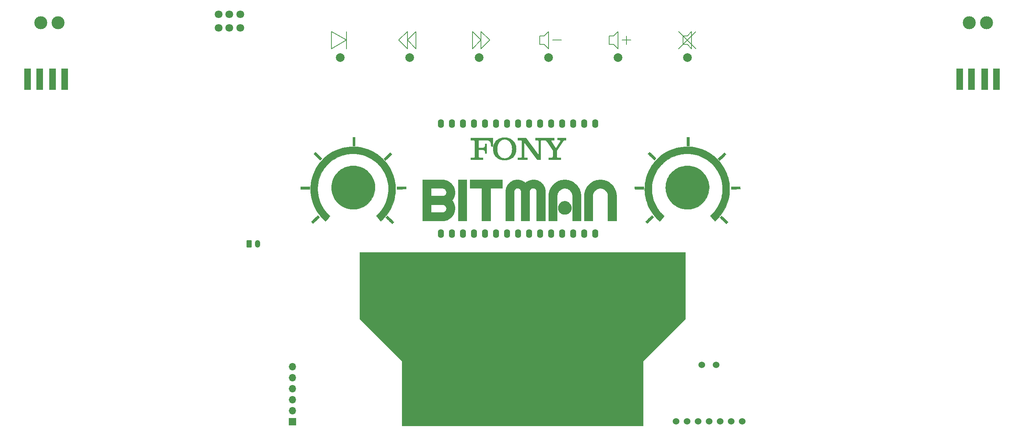
<source format=gbr>
%TF.GenerationSoftware,KiCad,Pcbnew,7.0.7*%
%TF.CreationDate,2024-03-11T11:41:55-07:00*%
%TF.ProjectId,DC32_Cnet_Badge_Main,44433332-5f43-46e6-9574-5f4261646765,rev?*%
%TF.SameCoordinates,Original*%
%TF.FileFunction,Soldermask,Top*%
%TF.FilePolarity,Negative*%
%FSLAX46Y46*%
G04 Gerber Fmt 4.6, Leading zero omitted, Abs format (unit mm)*
G04 Created by KiCad (PCBNEW 7.0.7) date 2024-03-11 11:41:55*
%MOMM*%
%LPD*%
G01*
G04 APERTURE LIST*
G04 Aperture macros list*
%AMRoundRect*
0 Rectangle with rounded corners*
0 $1 Rounding radius*
0 $2 $3 $4 $5 $6 $7 $8 $9 X,Y pos of 4 corners*
0 Add a 4 corners polygon primitive as box body*
4,1,4,$2,$3,$4,$5,$6,$7,$8,$9,$2,$3,0*
0 Add four circle primitives for the rounded corners*
1,1,$1+$1,$2,$3*
1,1,$1+$1,$4,$5*
1,1,$1+$1,$6,$7*
1,1,$1+$1,$8,$9*
0 Add four rect primitives between the rounded corners*
20,1,$1+$1,$2,$3,$4,$5,0*
20,1,$1+$1,$4,$5,$6,$7,0*
20,1,$1+$1,$6,$7,$8,$9,0*
20,1,$1+$1,$8,$9,$2,$3,0*%
G04 Aperture macros list end*
%ADD10C,0.150000*%
%ADD11C,0.010000*%
%ADD12C,2.000000*%
%ADD13R,1.500000X5.000000*%
%ADD14C,3.000000*%
%ADD15R,1.700000X1.700000*%
%ADD16O,1.700000X1.700000*%
%ADD17C,1.800000*%
%ADD18RoundRect,0.250000X-0.350000X-0.625000X0.350000X-0.625000X0.350000X0.625000X-0.350000X0.625000X0*%
%ADD19O,1.200000X1.750000*%
%ADD20O,1.400000X2.000000*%
%ADD21C,1.524000*%
G04 APERTURE END LIST*
D10*
X191000000Y-65000000D02*
X190000000Y-66000000D01*
X191000000Y-69000000D02*
X191000000Y-65000000D01*
X108000000Y-69000000D02*
X108000000Y-65000000D01*
X111500000Y-67000000D02*
X111500000Y-69000000D01*
X125500000Y-69000000D02*
X125500000Y-65000000D01*
X144500000Y-67000000D02*
X142500000Y-69000000D01*
X175000000Y-67000000D02*
X176000000Y-67000000D01*
X142500000Y-65000000D02*
X144500000Y-67000000D01*
X158000000Y-65000000D02*
X157000000Y-66000000D01*
X125500000Y-65000000D02*
X123500000Y-67000000D01*
X158000000Y-69000000D02*
X158000000Y-65000000D01*
X174000000Y-65000000D02*
X173000000Y-66000000D01*
X157000000Y-66000000D02*
X156000000Y-66000000D01*
X156000000Y-66000000D02*
X156000000Y-68000000D01*
X140500000Y-69000000D02*
X142500000Y-67000000D01*
X189000000Y-66000000D02*
X189000000Y-68000000D01*
X111500000Y-67000000D02*
X111500000Y-65000000D01*
X177000000Y-67000000D02*
X176000000Y-67000000D01*
X176000000Y-67000000D02*
X177000000Y-67000000D01*
X173000000Y-68000000D02*
X174000000Y-69000000D01*
X190000000Y-66000000D02*
X189000000Y-66000000D01*
X142500000Y-69000000D02*
X142500000Y-65000000D01*
X157000000Y-68000000D02*
X158000000Y-69000000D01*
X174000000Y-69000000D02*
X174000000Y-65000000D01*
X127500000Y-65000000D02*
X125500000Y-67000000D01*
X189000000Y-68000000D02*
X190000000Y-68000000D01*
X172000000Y-66000000D02*
X172000000Y-68000000D01*
X160000000Y-67000000D02*
X159000000Y-67000000D01*
X125500000Y-67000000D02*
X127500000Y-69000000D01*
X111500000Y-69000000D02*
X111500000Y-67000000D01*
X123500000Y-67000000D02*
X125500000Y-69000000D01*
X142500000Y-67000000D02*
X140500000Y-65000000D01*
X176000000Y-66000000D02*
X176000000Y-68000000D01*
X156000000Y-68000000D02*
X157000000Y-68000000D01*
X172000000Y-68000000D02*
X173000000Y-68000000D01*
X111500000Y-67000000D02*
X108000000Y-69000000D01*
X108000000Y-65000000D02*
X111500000Y-67000000D01*
X127500000Y-69000000D02*
X127500000Y-65000000D01*
X173000000Y-66000000D02*
X172000000Y-66000000D01*
X192000000Y-65000000D02*
X188000000Y-69000000D01*
X140500000Y-65000000D02*
X140500000Y-69000000D01*
X160000000Y-67000000D02*
X161000000Y-67000000D01*
X190000000Y-68000000D02*
X191000000Y-69000000D01*
X188000000Y-65000000D02*
X192000000Y-69000000D01*
G36*
X133753824Y-99233933D02*
G01*
X133898671Y-99244036D01*
X134040962Y-99260876D01*
X134180696Y-99284451D01*
X134317872Y-99314762D01*
X134452492Y-99351808D01*
X134584555Y-99395591D01*
X134714061Y-99446109D01*
X134841010Y-99503363D01*
X134965402Y-99567353D01*
X135087237Y-99638078D01*
X135206516Y-99715539D01*
X135323237Y-99799736D01*
X135437401Y-99890669D01*
X135549009Y-99988338D01*
X135658060Y-100092742D01*
X135762464Y-100201497D01*
X135860132Y-100312828D01*
X135951065Y-100426735D01*
X136035262Y-100543217D01*
X136112723Y-100662276D01*
X136183449Y-100783911D01*
X136247438Y-100908122D01*
X136304692Y-101034909D01*
X136355211Y-101164272D01*
X136398993Y-101296210D01*
X136436040Y-101430725D01*
X136466351Y-101567816D01*
X136489926Y-101707483D01*
X136506765Y-101849726D01*
X136516869Y-101994545D01*
X136520237Y-102141939D01*
X136517565Y-102288428D01*
X136509551Y-102430528D01*
X136496194Y-102568239D01*
X136477494Y-102701561D01*
X136453452Y-102830494D01*
X136424066Y-102955039D01*
X136389338Y-103075195D01*
X136349267Y-103190963D01*
X136303853Y-103302341D01*
X136253096Y-103409331D01*
X136196997Y-103511932D01*
X136135554Y-103610144D01*
X136068769Y-103703968D01*
X135996641Y-103793403D01*
X135919170Y-103878449D01*
X135836357Y-103959106D01*
X135919170Y-104054848D01*
X135996641Y-104154004D01*
X136068769Y-104256577D01*
X136135554Y-104362565D01*
X136196997Y-104471969D01*
X136253096Y-104584788D01*
X136303853Y-104701023D01*
X136349267Y-104820673D01*
X136389338Y-104943739D01*
X136424066Y-105070220D01*
X136453452Y-105200118D01*
X136477494Y-105333430D01*
X136496194Y-105470159D01*
X136509551Y-105610302D01*
X136517565Y-105753862D01*
X136520237Y-105900837D01*
X136516869Y-106048213D01*
X136506765Y-106192974D01*
X136489926Y-106335122D01*
X136466351Y-106474655D01*
X136436040Y-106611574D01*
X136398993Y-106745879D01*
X136355211Y-106877570D01*
X136304692Y-107006646D01*
X136247438Y-107133109D01*
X136183449Y-107256957D01*
X136112723Y-107378191D01*
X136035262Y-107496811D01*
X135951065Y-107612817D01*
X135860132Y-107726209D01*
X135762464Y-107836986D01*
X135658060Y-107945150D01*
X135549009Y-108048667D01*
X135437401Y-108145505D01*
X135323237Y-108235665D01*
X135206516Y-108319146D01*
X135087237Y-108395949D01*
X134965402Y-108466074D01*
X134841010Y-108529520D01*
X134714061Y-108586287D01*
X134584555Y-108636376D01*
X134452492Y-108679786D01*
X134317872Y-108716518D01*
X134180696Y-108746571D01*
X134040962Y-108769946D01*
X133898671Y-108786642D01*
X133753824Y-108796660D01*
X133606420Y-108800000D01*
X129000000Y-108800000D01*
X129000000Y-105041102D01*
X131051639Y-105041102D01*
X131051639Y-106748360D01*
X133606420Y-106748360D01*
X133715291Y-106742397D01*
X133819035Y-106724508D01*
X133917650Y-106694693D01*
X134011138Y-106652952D01*
X134099497Y-106599286D01*
X134182728Y-106533693D01*
X134214584Y-106504117D01*
X134287762Y-106424344D01*
X134348536Y-106339205D01*
X134396908Y-106248699D01*
X134432876Y-106152827D01*
X134456442Y-106051588D01*
X134467605Y-105944982D01*
X134468597Y-105900837D01*
X134462395Y-105792669D01*
X134443791Y-105689510D01*
X134412784Y-105591359D01*
X134369373Y-105498218D01*
X134313560Y-105410085D01*
X134245344Y-105326962D01*
X134214584Y-105295115D01*
X134133405Y-105221937D01*
X134047097Y-105161163D01*
X133955661Y-105112791D01*
X133859096Y-105076823D01*
X133757404Y-105053257D01*
X133650584Y-105042094D01*
X133606420Y-105041102D01*
X131051639Y-105041102D01*
X129000000Y-105041102D01*
X129000000Y-101279762D01*
X131051639Y-101279762D01*
X131051639Y-102989462D01*
X133606420Y-102989462D01*
X133715291Y-102983440D01*
X133819035Y-102965372D01*
X133917650Y-102935259D01*
X134011138Y-102893101D01*
X134099497Y-102838897D01*
X134182728Y-102772649D01*
X134214584Y-102742777D01*
X134287762Y-102663064D01*
X134348536Y-102578104D01*
X134396908Y-102487896D01*
X134432876Y-102392441D01*
X134456442Y-102291739D01*
X134467605Y-102185789D01*
X134468597Y-102141939D01*
X134462395Y-102033068D01*
X134443791Y-101929324D01*
X134412784Y-101830709D01*
X134369373Y-101737221D01*
X134313560Y-101648862D01*
X134245344Y-101565631D01*
X134214584Y-101533775D01*
X134133405Y-101460597D01*
X134047097Y-101399823D01*
X133955661Y-101351451D01*
X133859096Y-101315483D01*
X133757404Y-101291917D01*
X133650584Y-101280754D01*
X133606420Y-101279762D01*
X131051639Y-101279762D01*
X129000000Y-101279762D01*
X129000000Y-99230565D01*
X133606420Y-99230565D01*
X133753824Y-99233933D01*
G37*
G36*
X137196789Y-99230565D02*
G01*
X139248429Y-99230565D01*
X139248429Y-108800000D01*
X137196789Y-108800000D01*
X137196789Y-99230565D01*
G37*
G36*
X139932309Y-99230565D02*
G01*
X147452547Y-99230565D01*
X147452547Y-101279762D01*
X144717027Y-101279762D01*
X144717027Y-108800000D01*
X142667829Y-108800000D01*
X142667829Y-101279762D01*
X139932309Y-101279762D01*
X139932309Y-99230565D01*
G37*
G36*
X150180739Y-108800000D02*
G01*
X148129099Y-108800000D01*
X148129099Y-101963642D01*
X148132219Y-101824739D01*
X148141579Y-101688297D01*
X148157178Y-101554316D01*
X148179016Y-101422797D01*
X148207095Y-101293739D01*
X148241413Y-101167143D01*
X148281971Y-101043009D01*
X148328768Y-100921336D01*
X148381805Y-100802124D01*
X148441081Y-100685374D01*
X148506598Y-100571086D01*
X148578353Y-100459259D01*
X148656349Y-100349893D01*
X148740584Y-100242990D01*
X148831059Y-100138547D01*
X148927773Y-100036566D01*
X149029220Y-99938964D01*
X149133281Y-99847660D01*
X149239956Y-99762652D01*
X149349245Y-99683941D01*
X149461148Y-99611526D01*
X149575666Y-99545409D01*
X149692797Y-99485589D01*
X149812543Y-99432065D01*
X149934903Y-99384838D01*
X150059877Y-99343909D01*
X150187465Y-99309276D01*
X150317668Y-99280940D01*
X150450484Y-99258901D01*
X150585915Y-99243159D01*
X150723960Y-99233713D01*
X150864619Y-99230565D01*
X151003198Y-99233236D01*
X151138667Y-99241250D01*
X151271026Y-99254607D01*
X151400274Y-99273307D01*
X151526412Y-99297350D01*
X151649440Y-99326735D01*
X151769358Y-99361464D01*
X151886165Y-99401535D01*
X151999862Y-99446949D01*
X152110449Y-99497705D01*
X152217925Y-99553805D01*
X152322291Y-99615247D01*
X152423547Y-99682032D01*
X152521692Y-99754160D01*
X152616728Y-99831631D01*
X152708653Y-99914445D01*
X152807437Y-99831631D01*
X152909008Y-99754160D01*
X153013365Y-99682032D01*
X153120507Y-99615247D01*
X153230436Y-99553805D01*
X153343150Y-99497705D01*
X153458650Y-99446949D01*
X153576936Y-99401535D01*
X153698008Y-99361464D01*
X153821866Y-99326735D01*
X153948510Y-99297350D01*
X154077939Y-99273307D01*
X154210155Y-99254607D01*
X154345156Y-99241250D01*
X154482943Y-99233236D01*
X154623517Y-99230565D01*
X154762420Y-99233713D01*
X154898862Y-99243159D01*
X155032843Y-99258901D01*
X155164362Y-99280940D01*
X155293419Y-99309276D01*
X155420015Y-99343909D01*
X155544150Y-99384838D01*
X155665823Y-99432065D01*
X155785034Y-99485589D01*
X155901784Y-99545409D01*
X156016073Y-99611526D01*
X156127900Y-99683941D01*
X156237265Y-99762652D01*
X156344169Y-99847660D01*
X156448612Y-99938964D01*
X156550593Y-100036566D01*
X156648194Y-100138547D01*
X156739499Y-100242990D01*
X156824507Y-100349893D01*
X156903218Y-100459259D01*
X156975632Y-100571086D01*
X157041750Y-100685374D01*
X157101570Y-100802124D01*
X157155094Y-100921336D01*
X157202320Y-101043009D01*
X157243250Y-101167143D01*
X157277883Y-101293739D01*
X157306219Y-101422797D01*
X157328258Y-101554316D01*
X157344000Y-101688297D01*
X157353446Y-101824739D01*
X157356594Y-101963642D01*
X157356594Y-108800000D01*
X155280530Y-108800000D01*
X155280530Y-101963642D01*
X155272287Y-101853647D01*
X155247557Y-101748976D01*
X155206341Y-101649628D01*
X155148639Y-101555604D01*
X155074450Y-101466904D01*
X155046057Y-101438520D01*
X154971579Y-101373083D01*
X154877012Y-101309198D01*
X154776777Y-101261284D01*
X154670874Y-101229342D01*
X154559305Y-101213371D01*
X154501395Y-101211374D01*
X154401039Y-101216920D01*
X154287695Y-101238215D01*
X154182079Y-101275481D01*
X154084191Y-101328718D01*
X153994031Y-101397927D01*
X153951849Y-101438520D01*
X153877975Y-101525446D01*
X153819385Y-101617695D01*
X153776080Y-101715268D01*
X153748059Y-101818165D01*
X153735322Y-101926386D01*
X153734473Y-101963642D01*
X153734473Y-108800000D01*
X151682833Y-108800000D01*
X151682833Y-101963642D01*
X151675105Y-101853647D01*
X151651921Y-101748976D01*
X151613281Y-101649628D01*
X151559185Y-101555604D01*
X151489633Y-101466904D01*
X151463014Y-101438520D01*
X151378149Y-101361326D01*
X151286587Y-101300103D01*
X151188327Y-101254851D01*
X151083369Y-101225571D01*
X150971714Y-101212262D01*
X150933007Y-101211374D01*
X150822182Y-101219360D01*
X150716852Y-101243317D01*
X150617018Y-101283245D01*
X150522679Y-101339144D01*
X150433836Y-101411014D01*
X150405443Y-101438520D01*
X150329079Y-101525446D01*
X150268514Y-101617695D01*
X150223749Y-101715268D01*
X150194783Y-101818165D01*
X150181617Y-101926386D01*
X150180739Y-101963642D01*
X150180739Y-108800000D01*
G37*
G36*
X165555826Y-108800000D02*
G01*
X163504187Y-108800000D01*
X163504187Y-102989462D01*
X163499786Y-102860619D01*
X163486584Y-102735125D01*
X163464581Y-102612980D01*
X163433776Y-102494183D01*
X163394170Y-102378736D01*
X163345763Y-102266637D01*
X163288554Y-102157887D01*
X163222544Y-102052486D01*
X163147733Y-101950433D01*
X163064120Y-101851729D01*
X163003489Y-101787787D01*
X162908198Y-101696998D01*
X162809173Y-101615138D01*
X162706412Y-101542209D01*
X162599916Y-101478210D01*
X162489684Y-101423140D01*
X162375718Y-101377001D01*
X162258016Y-101339793D01*
X162136579Y-101311514D01*
X162011407Y-101292165D01*
X161882500Y-101281747D01*
X161794487Y-101279762D01*
X161665644Y-101284227D01*
X161540150Y-101297622D01*
X161418004Y-101319948D01*
X161299208Y-101351203D01*
X161183760Y-101391389D01*
X161071661Y-101440505D01*
X160962911Y-101498550D01*
X160857510Y-101565526D01*
X160755457Y-101641432D01*
X160656754Y-101726269D01*
X160592812Y-101787787D01*
X160502459Y-101884259D01*
X160420993Y-101984078D01*
X160348414Y-102087247D01*
X160284722Y-102193765D01*
X160229918Y-102303631D01*
X160184001Y-102416846D01*
X160146971Y-102533410D01*
X160118828Y-102653323D01*
X160099572Y-102776584D01*
X160089204Y-102903195D01*
X160087229Y-102989462D01*
X160087229Y-108800000D01*
X158035589Y-108800000D01*
X158035589Y-102989462D01*
X158039911Y-102797922D01*
X158052877Y-102609817D01*
X158074487Y-102425147D01*
X158104740Y-102243911D01*
X158143638Y-102066110D01*
X158191179Y-101891743D01*
X158247365Y-101720811D01*
X158312194Y-101553314D01*
X158385667Y-101389252D01*
X158467785Y-101228624D01*
X158558546Y-101071431D01*
X158657950Y-100917672D01*
X158765999Y-100767348D01*
X158882692Y-100620459D01*
X159008029Y-100477005D01*
X159142009Y-100336985D01*
X159282315Y-100203004D01*
X159426018Y-100077668D01*
X159573117Y-99960975D01*
X159723613Y-99852926D01*
X159877505Y-99753521D01*
X160034793Y-99662760D01*
X160195478Y-99580643D01*
X160359560Y-99507170D01*
X160527038Y-99442340D01*
X160697913Y-99386155D01*
X160872184Y-99338614D01*
X161049851Y-99299716D01*
X161230915Y-99269462D01*
X161415376Y-99247853D01*
X161603233Y-99234887D01*
X161794487Y-99230565D01*
X161987486Y-99234887D01*
X162176917Y-99247853D01*
X162362781Y-99269462D01*
X162545075Y-99299716D01*
X162723802Y-99338614D01*
X162898960Y-99386155D01*
X163070551Y-99442340D01*
X163238572Y-99507170D01*
X163403026Y-99580643D01*
X163563912Y-99662760D01*
X163721229Y-99753521D01*
X163874978Y-99852926D01*
X164025158Y-99960975D01*
X164171771Y-100077668D01*
X164314815Y-100203004D01*
X164454291Y-100336985D01*
X164587680Y-100477005D01*
X164712464Y-100620459D01*
X164828641Y-100767348D01*
X164936213Y-100917672D01*
X165035179Y-101071431D01*
X165125539Y-101228624D01*
X165207294Y-101389252D01*
X165280443Y-101553314D01*
X165344986Y-101720811D01*
X165400923Y-101891743D01*
X165448255Y-102066110D01*
X165486980Y-102243911D01*
X165517101Y-102425147D01*
X165538615Y-102609817D01*
X165551524Y-102797922D01*
X165555826Y-102989462D01*
X165555826Y-108800000D01*
G37*
G36*
X160224005Y-105724982D02*
G01*
X160228019Y-105605670D01*
X160240062Y-105489536D01*
X160260133Y-105376578D01*
X160288233Y-105266798D01*
X160324362Y-105160194D01*
X160368519Y-105056768D01*
X160420704Y-104956519D01*
X160480918Y-104859446D01*
X160549161Y-104765551D01*
X160625432Y-104674833D01*
X160680739Y-104616120D01*
X160768552Y-104533187D01*
X160859800Y-104458411D01*
X160954482Y-104391793D01*
X161052599Y-104333332D01*
X161154151Y-104283029D01*
X161259137Y-104240882D01*
X161367558Y-104206893D01*
X161479413Y-104181062D01*
X161594704Y-104163388D01*
X161713428Y-104153871D01*
X161794487Y-104152058D01*
X161913362Y-104156137D01*
X162029103Y-104168373D01*
X162141710Y-104188766D01*
X162251183Y-104217317D01*
X162357521Y-104254025D01*
X162460726Y-104298890D01*
X162560796Y-104351913D01*
X162657732Y-104413093D01*
X162751535Y-104482430D01*
X162842203Y-104559925D01*
X162900907Y-104616120D01*
X162984276Y-104704720D01*
X163059445Y-104796497D01*
X163126414Y-104891451D01*
X163185182Y-104989582D01*
X163235751Y-105090890D01*
X163278119Y-105195376D01*
X163312287Y-105303038D01*
X163338254Y-105413878D01*
X163356021Y-105527894D01*
X163365588Y-105645088D01*
X163367411Y-105724982D01*
X163363310Y-105845997D01*
X163351010Y-105963577D01*
X163330509Y-106077722D01*
X163301808Y-106188433D01*
X163264907Y-106295709D01*
X163219806Y-106399550D01*
X163166504Y-106499957D01*
X163105002Y-106596929D01*
X163035300Y-106690466D01*
X162957397Y-106780569D01*
X162900907Y-106838729D01*
X162812328Y-106920353D01*
X162720615Y-106993948D01*
X162625769Y-107059514D01*
X162527788Y-107117052D01*
X162426672Y-107166561D01*
X162322423Y-107208042D01*
X162215040Y-107241494D01*
X162104522Y-107266918D01*
X161990871Y-107284313D01*
X161874085Y-107293679D01*
X161794487Y-107295464D01*
X161673472Y-107291449D01*
X161555892Y-107279407D01*
X161441746Y-107259335D01*
X161331036Y-107231235D01*
X161223760Y-107195107D01*
X161119918Y-107150950D01*
X161019512Y-107098765D01*
X160922540Y-107038551D01*
X160829002Y-106970308D01*
X160738900Y-106894037D01*
X160680739Y-106838729D01*
X160599116Y-106750917D01*
X160525521Y-106659669D01*
X160459955Y-106564987D01*
X160402417Y-106466870D01*
X160352908Y-106365318D01*
X160311427Y-106260332D01*
X160277975Y-106151911D01*
X160252551Y-106040055D01*
X160235156Y-105924765D01*
X160225789Y-105806040D01*
X160224005Y-105724982D01*
G37*
G36*
X173752616Y-108800000D02*
G01*
X171700976Y-108800000D01*
X171700976Y-102989462D01*
X171696576Y-102860619D01*
X171683374Y-102735125D01*
X171661370Y-102612980D01*
X171630566Y-102494183D01*
X171590960Y-102378736D01*
X171542553Y-102266637D01*
X171485344Y-102157887D01*
X171419334Y-102052486D01*
X171344523Y-101950433D01*
X171260910Y-101851729D01*
X171200279Y-101787787D01*
X171104988Y-101696998D01*
X171005962Y-101615138D01*
X170903202Y-101542209D01*
X170796705Y-101478210D01*
X170686474Y-101423140D01*
X170572508Y-101377001D01*
X170454806Y-101339793D01*
X170333369Y-101311514D01*
X170208197Y-101292165D01*
X170079290Y-101281747D01*
X169991277Y-101279762D01*
X169862434Y-101284227D01*
X169736940Y-101297622D01*
X169614794Y-101319948D01*
X169495998Y-101351203D01*
X169380550Y-101391389D01*
X169268451Y-101440505D01*
X169159701Y-101498550D01*
X169054300Y-101565526D01*
X168952247Y-101641432D01*
X168853544Y-101726269D01*
X168789602Y-101787787D01*
X168699249Y-101884259D01*
X168617783Y-101984078D01*
X168545204Y-102087247D01*
X168481512Y-102193765D01*
X168426708Y-102303631D01*
X168380791Y-102416846D01*
X168343761Y-102533410D01*
X168315618Y-102653323D01*
X168296362Y-102776584D01*
X168285994Y-102903195D01*
X168284019Y-102989462D01*
X168284019Y-108800000D01*
X166232379Y-108800000D01*
X166232379Y-102989462D01*
X166236701Y-102797922D01*
X166249667Y-102609817D01*
X166271277Y-102425147D01*
X166301530Y-102243911D01*
X166340428Y-102066110D01*
X166387969Y-101891743D01*
X166444155Y-101720811D01*
X166508984Y-101553314D01*
X166582457Y-101389252D01*
X166664574Y-101228624D01*
X166755335Y-101071431D01*
X166854740Y-100917672D01*
X166962789Y-100767348D01*
X167079482Y-100620459D01*
X167204819Y-100477005D01*
X167338799Y-100336985D01*
X167479105Y-100203004D01*
X167622808Y-100077668D01*
X167769907Y-99960975D01*
X167920403Y-99852926D01*
X168074295Y-99753521D01*
X168231583Y-99662760D01*
X168392268Y-99580643D01*
X168556350Y-99507170D01*
X168723828Y-99442340D01*
X168894702Y-99386155D01*
X169068974Y-99338614D01*
X169246641Y-99299716D01*
X169427705Y-99269462D01*
X169612166Y-99247853D01*
X169800023Y-99234887D01*
X169991277Y-99230565D01*
X170184276Y-99234887D01*
X170373707Y-99247853D01*
X170559570Y-99269462D01*
X170741865Y-99299716D01*
X170920592Y-99338614D01*
X171095750Y-99386155D01*
X171267340Y-99442340D01*
X171435362Y-99507170D01*
X171599816Y-99580643D01*
X171760701Y-99662760D01*
X171918019Y-99753521D01*
X172071768Y-99852926D01*
X172221948Y-99960975D01*
X172368561Y-100077668D01*
X172511605Y-100203004D01*
X172651081Y-100336985D01*
X172784470Y-100477005D01*
X172909253Y-100620459D01*
X173025431Y-100767348D01*
X173133003Y-100917672D01*
X173231969Y-101071431D01*
X173322329Y-101228624D01*
X173404084Y-101389252D01*
X173477233Y-101553314D01*
X173541776Y-101720811D01*
X173597713Y-101891743D01*
X173645045Y-102066110D01*
X173683770Y-102243911D01*
X173713891Y-102425147D01*
X173735405Y-102609817D01*
X173748314Y-102797922D01*
X173752616Y-102989462D01*
X173752616Y-108800000D01*
G37*
G36*
X140069609Y-90127843D02*
G01*
X140664340Y-90127843D01*
X140715020Y-90127843D01*
X140733949Y-90127843D01*
X140792434Y-90135088D01*
X140841959Y-90145231D01*
X140895265Y-90165267D01*
X140935549Y-90195263D01*
X140964469Y-90237967D01*
X140983686Y-90296127D01*
X140992731Y-90351544D01*
X140997951Y-90418359D01*
X140999653Y-90469807D01*
X141000174Y-90527180D01*
X141000174Y-93481297D01*
X141000174Y-93734089D01*
X140999733Y-93791260D01*
X140998252Y-93842557D01*
X140993552Y-93909223D01*
X140985162Y-93964563D01*
X140966836Y-94022693D01*
X140938591Y-94065394D01*
X140898512Y-94095360D01*
X140844680Y-94115278D01*
X140794126Y-94125243D01*
X140733949Y-94132205D01*
X140683270Y-94138119D01*
X140664340Y-94139532D01*
X140076936Y-94139532D01*
X140076936Y-94650000D01*
X142946789Y-94650000D01*
X142946789Y-94139532D01*
X142414340Y-94139532D01*
X142364308Y-94134850D01*
X142330076Y-94132205D01*
X142271784Y-94127921D01*
X142219859Y-94122611D01*
X142153122Y-94111915D01*
X142098688Y-94096835D01*
X142043148Y-94067761D01*
X142004446Y-94025735D01*
X141979704Y-93967810D01*
X141968578Y-93912158D01*
X141962474Y-93844661D01*
X141960595Y-93792468D01*
X141960048Y-93734089D01*
X141960048Y-92348011D01*
X142708653Y-92348011D01*
X142799477Y-92350009D01*
X142882950Y-92356156D01*
X142959279Y-92366679D01*
X143028668Y-92381804D01*
X143091324Y-92401759D01*
X143147453Y-92426772D01*
X143197259Y-92457069D01*
X143240949Y-92492877D01*
X143278729Y-92534424D01*
X143310804Y-92581938D01*
X143337380Y-92635644D01*
X143358663Y-92695771D01*
X143374858Y-92762545D01*
X143386171Y-92836193D01*
X143392808Y-92916944D01*
X143394975Y-93005024D01*
X143394975Y-93243161D01*
X143843161Y-93243161D01*
X143843161Y-90926517D01*
X143380321Y-90926517D01*
X143380321Y-91178087D01*
X143380072Y-91228512D01*
X143378336Y-91279234D01*
X143374214Y-91325854D01*
X143363401Y-91397359D01*
X143349528Y-91462721D01*
X143332285Y-91522151D01*
X143311360Y-91575860D01*
X143286443Y-91624059D01*
X143257221Y-91666960D01*
X143223384Y-91704772D01*
X143184621Y-91737709D01*
X143140620Y-91765980D01*
X143091069Y-91789797D01*
X143035658Y-91809370D01*
X142974076Y-91824911D01*
X142906011Y-91836631D01*
X142831151Y-91844742D01*
X142749186Y-91849453D01*
X142659804Y-91850976D01*
X141960048Y-91850976D01*
X141960048Y-90127843D01*
X143479239Y-90127843D01*
X143558940Y-90128567D01*
X143635508Y-90130761D01*
X143709003Y-90134453D01*
X143779481Y-90139676D01*
X143847003Y-90146460D01*
X143911626Y-90154835D01*
X143973409Y-90164832D01*
X144032411Y-90176482D01*
X144088690Y-90189815D01*
X144142305Y-90204862D01*
X144193315Y-90221654D01*
X144241777Y-90240221D01*
X144287752Y-90260594D01*
X144331296Y-90282804D01*
X144411331Y-90332855D01*
X144482349Y-90390619D01*
X144544820Y-90456343D01*
X144599212Y-90530270D01*
X144645995Y-90612646D01*
X144666679Y-90657079D01*
X144685636Y-90703716D01*
X144702925Y-90752588D01*
X144718604Y-90803726D01*
X144732733Y-90857159D01*
X144745369Y-90912919D01*
X144756571Y-90971036D01*
X144766399Y-91031542D01*
X144774814Y-91081133D01*
X144781623Y-91136413D01*
X144785656Y-91191522D01*
X144787087Y-91240681D01*
X144787159Y-91255024D01*
X144794487Y-91584752D01*
X145270760Y-91584752D01*
X145270760Y-89610048D01*
X140069609Y-89610048D01*
X140069609Y-90127843D01*
G37*
G36*
X148080624Y-89474010D02*
G01*
X148229637Y-89483474D01*
X148375071Y-89499110D01*
X148516836Y-89520804D01*
X148654841Y-89548445D01*
X148788997Y-89581920D01*
X148919213Y-89621115D01*
X149045400Y-89665919D01*
X149167467Y-89716218D01*
X149285323Y-89771900D01*
X149398880Y-89832852D01*
X149508047Y-89898961D01*
X149612733Y-89970115D01*
X149712849Y-90046201D01*
X149808305Y-90127106D01*
X149899009Y-90212718D01*
X149984874Y-90302923D01*
X150065807Y-90397610D01*
X150141719Y-90496665D01*
X150212520Y-90599976D01*
X150278120Y-90707430D01*
X150338429Y-90818914D01*
X150393357Y-90934317D01*
X150442812Y-91053524D01*
X150486706Y-91176423D01*
X150524949Y-91302902D01*
X150557449Y-91432847D01*
X150584118Y-91566147D01*
X150604864Y-91702689D01*
X150619598Y-91842359D01*
X150628230Y-91985045D01*
X150630669Y-92130635D01*
X150626258Y-92274833D01*
X150615828Y-92416098D01*
X150599466Y-92554320D01*
X150577256Y-92689393D01*
X150549284Y-92821208D01*
X150515635Y-92949657D01*
X150476395Y-93074634D01*
X150431650Y-93196029D01*
X150381484Y-93313736D01*
X150325983Y-93427647D01*
X150265233Y-93537653D01*
X150199318Y-93643647D01*
X150128325Y-93745522D01*
X150052339Y-93843169D01*
X149971445Y-93936480D01*
X149885729Y-94025348D01*
X149795275Y-94109666D01*
X149700170Y-94189324D01*
X149600499Y-94264217D01*
X149496347Y-94334235D01*
X149387800Y-94399270D01*
X149274943Y-94459216D01*
X149157862Y-94513965D01*
X149036641Y-94563408D01*
X148911367Y-94607438D01*
X148782125Y-94645946D01*
X148649000Y-94678827D01*
X148512077Y-94705970D01*
X148371443Y-94727270D01*
X148227182Y-94742617D01*
X148079380Y-94751904D01*
X147928122Y-94755024D01*
X147775624Y-94751844D01*
X147626621Y-94742380D01*
X147481203Y-94726744D01*
X147339459Y-94705050D01*
X147201479Y-94677409D01*
X147067352Y-94643934D01*
X146937168Y-94604739D01*
X146811017Y-94559935D01*
X146688986Y-94509636D01*
X146571167Y-94453954D01*
X146457649Y-94393002D01*
X146348520Y-94326893D01*
X146243871Y-94255739D01*
X146143790Y-94179653D01*
X146048368Y-94098748D01*
X145957693Y-94013136D01*
X145871856Y-93922931D01*
X145790945Y-93828244D01*
X145715050Y-93729189D01*
X145644261Y-93625878D01*
X145578667Y-93518424D01*
X145518357Y-93406939D01*
X145463420Y-93291537D01*
X145413948Y-93172330D01*
X145370027Y-93049431D01*
X145331749Y-92922952D01*
X145299203Y-92793006D01*
X145272477Y-92659707D01*
X145251663Y-92523165D01*
X145236848Y-92383495D01*
X145228122Y-92240809D01*
X145226589Y-92153181D01*
X146241389Y-92153181D01*
X146242048Y-92210298D01*
X146243600Y-92266581D01*
X146246038Y-92322043D01*
X146249358Y-92376698D01*
X146253556Y-92430558D01*
X146258625Y-92483636D01*
X146264561Y-92535944D01*
X146271360Y-92587496D01*
X146279016Y-92638303D01*
X146287525Y-92688380D01*
X146296881Y-92737738D01*
X146307079Y-92786390D01*
X146318115Y-92834349D01*
X146342681Y-92928240D01*
X146370538Y-93019512D01*
X146401647Y-93108267D01*
X146435970Y-93194606D01*
X146473465Y-93278633D01*
X146514095Y-93360449D01*
X146557820Y-93440155D01*
X146604600Y-93517855D01*
X146654396Y-93593649D01*
X146715360Y-93676943D01*
X146779940Y-93754864D01*
X146847895Y-93827410D01*
X146918982Y-93894583D01*
X146992961Y-93956382D01*
X147069591Y-94012807D01*
X147148629Y-94063858D01*
X147229836Y-94109536D01*
X147312969Y-94149840D01*
X147397788Y-94184769D01*
X147484050Y-94214325D01*
X147571516Y-94238508D01*
X147659943Y-94257316D01*
X147749090Y-94270750D01*
X147838716Y-94278811D01*
X147928580Y-94281498D01*
X148018441Y-94278811D01*
X148108056Y-94270750D01*
X148197186Y-94257316D01*
X148285587Y-94238508D01*
X148373021Y-94214325D01*
X148459244Y-94184769D01*
X148544016Y-94149840D01*
X148627096Y-94109536D01*
X148708242Y-94063858D01*
X148787212Y-94012807D01*
X148863767Y-93956382D01*
X148937663Y-93894583D01*
X149008661Y-93827410D01*
X149076519Y-93754864D01*
X149140995Y-93676943D01*
X149201849Y-93593649D01*
X149251645Y-93517855D01*
X149298427Y-93440155D01*
X149342158Y-93360449D01*
X149382798Y-93278633D01*
X149420312Y-93194606D01*
X149454662Y-93108267D01*
X149485809Y-93019512D01*
X149513716Y-92928240D01*
X149538347Y-92834349D01*
X149549421Y-92786390D01*
X149559662Y-92737738D01*
X149569065Y-92688380D01*
X149577625Y-92638303D01*
X149585338Y-92587496D01*
X149592198Y-92535944D01*
X149598202Y-92483636D01*
X149603344Y-92430558D01*
X149607620Y-92376698D01*
X149611025Y-92322043D01*
X149613554Y-92266581D01*
X149615203Y-92210298D01*
X149615966Y-92153181D01*
X149615840Y-92095219D01*
X149612936Y-91969575D01*
X149605674Y-91847291D01*
X149594169Y-91728411D01*
X149578534Y-91612973D01*
X149558884Y-91501021D01*
X149535332Y-91392594D01*
X149507995Y-91287735D01*
X149476985Y-91186483D01*
X149442416Y-91088881D01*
X149404404Y-90994970D01*
X149363063Y-90904790D01*
X149318506Y-90818383D01*
X149270848Y-90735789D01*
X149220203Y-90657051D01*
X149166686Y-90582209D01*
X149110410Y-90511304D01*
X149051491Y-90444378D01*
X148990042Y-90381472D01*
X148926177Y-90322626D01*
X148860011Y-90267882D01*
X148791659Y-90217281D01*
X148721233Y-90170865D01*
X148648850Y-90128674D01*
X148574622Y-90090749D01*
X148498664Y-90057132D01*
X148421091Y-90027863D01*
X148342016Y-90002985D01*
X148261554Y-89982538D01*
X148179820Y-89966563D01*
X148096927Y-89955101D01*
X148012990Y-89948194D01*
X147928122Y-89945882D01*
X147843255Y-89948194D01*
X147759318Y-89955101D01*
X147676426Y-89966563D01*
X147594693Y-89982538D01*
X147514233Y-90002985D01*
X147435162Y-90027863D01*
X147357593Y-90057132D01*
X147281642Y-90090749D01*
X147207422Y-90128674D01*
X147135049Y-90170865D01*
X147064636Y-90217281D01*
X146996298Y-90267882D01*
X146930149Y-90322626D01*
X146866305Y-90381472D01*
X146804880Y-90444378D01*
X146745987Y-90511304D01*
X146689742Y-90582209D01*
X146636259Y-90657051D01*
X146585652Y-90735789D01*
X146538037Y-90818383D01*
X146493527Y-90904790D01*
X146452237Y-90994970D01*
X146414282Y-91088881D01*
X146379775Y-91186483D01*
X146348832Y-91287735D01*
X146321567Y-91392594D01*
X146298095Y-91501021D01*
X146278529Y-91612973D01*
X146262985Y-91728411D01*
X146251576Y-91847291D01*
X146244419Y-91969575D01*
X146241625Y-92095219D01*
X146241389Y-92153181D01*
X145226589Y-92153181D01*
X145225575Y-92095219D01*
X145229345Y-91951021D01*
X145239222Y-91809756D01*
X145255116Y-91671534D01*
X145276935Y-91536461D01*
X145304591Y-91404646D01*
X145337993Y-91276197D01*
X145377052Y-91151220D01*
X145421676Y-91029824D01*
X145471775Y-90912117D01*
X145527261Y-90798207D01*
X145588042Y-90688201D01*
X145654028Y-90582206D01*
X145725130Y-90480332D01*
X145801257Y-90382685D01*
X145882319Y-90289374D01*
X145968226Y-90200505D01*
X146058888Y-90116188D01*
X146154215Y-90036529D01*
X146254116Y-89961637D01*
X146358502Y-89891619D01*
X146467282Y-89826583D01*
X146580367Y-89766637D01*
X146697665Y-89711889D01*
X146819088Y-89662446D01*
X146944545Y-89618416D01*
X147073945Y-89579907D01*
X147207200Y-89547027D01*
X147344217Y-89519884D01*
X147484909Y-89498584D01*
X147629183Y-89483237D01*
X147776951Y-89473950D01*
X147928122Y-89470830D01*
X148080624Y-89474010D01*
G37*
G36*
X150909106Y-94650000D02*
G01*
X153233077Y-94650000D01*
X153233077Y-94139532D01*
X152644452Y-94139532D01*
X152593613Y-94137680D01*
X152537886Y-94128166D01*
X152485556Y-94101407D01*
X152449817Y-94053540D01*
X152431256Y-93996741D01*
X152422229Y-93941695D01*
X152416711Y-93874800D01*
X152414679Y-93823095D01*
X152413750Y-93765337D01*
X152413642Y-93734089D01*
X152413642Y-90646859D01*
X155431263Y-94650000D01*
X156264131Y-94650000D01*
X156264131Y-90527180D01*
X156265664Y-90477149D01*
X156271458Y-90442916D01*
X156274037Y-90389803D01*
X156278557Y-90321614D01*
X156284681Y-90266088D01*
X156296939Y-90209595D01*
X156321916Y-90163003D01*
X156371694Y-90134691D01*
X156420303Y-90127913D01*
X156483808Y-90127357D01*
X156502267Y-90127843D01*
X157062805Y-90127843D01*
X157062805Y-89610048D01*
X154962316Y-89610048D01*
X154962316Y-90127843D01*
X155549720Y-90127843D01*
X155600236Y-90135239D01*
X155626657Y-90142498D01*
X155667157Y-90173884D01*
X155694778Y-90219849D01*
X155707600Y-90271627D01*
X155710921Y-90303698D01*
X155718248Y-90442916D01*
X155718248Y-90527180D01*
X155718248Y-93432449D01*
X152841067Y-89610048D01*
X150916434Y-89610048D01*
X150916434Y-90127843D01*
X151545359Y-90127843D01*
X151580774Y-90127843D01*
X151642180Y-90136353D01*
X151693096Y-90146975D01*
X151746343Y-90166743D01*
X151792615Y-90204925D01*
X151816210Y-90250122D01*
X151830371Y-90311784D01*
X151836186Y-90370747D01*
X151838962Y-90442099D01*
X151839605Y-90497212D01*
X151839672Y-90527180D01*
X151839672Y-93734089D01*
X151839672Y-93786102D01*
X151839672Y-93837238D01*
X151839672Y-93852547D01*
X151834890Y-93912955D01*
X151827825Y-93964739D01*
X151814131Y-94021383D01*
X151788757Y-94074208D01*
X151752410Y-94109586D01*
X151703160Y-94130228D01*
X151653174Y-94137953D01*
X151608862Y-94139532D01*
X150909106Y-94139532D01*
X150909106Y-94650000D01*
G37*
G36*
X156921144Y-90127843D02*
G01*
X157103105Y-90127843D01*
X157151953Y-90127843D01*
X157218538Y-90136849D01*
X157277748Y-90148754D01*
X157331034Y-90164592D01*
X157379843Y-90185395D01*
X157425626Y-90212195D01*
X157469832Y-90246025D01*
X157513908Y-90287917D01*
X157559305Y-90338903D01*
X157591018Y-90378457D01*
X157624392Y-90422817D01*
X157659855Y-90472289D01*
X157697836Y-90527180D01*
X159014305Y-92507990D01*
X159014305Y-93467864D01*
X159014305Y-93734089D01*
X159013914Y-93793675D01*
X159012495Y-93846765D01*
X159007627Y-93915093D01*
X158998362Y-93971057D01*
X158977008Y-94028778D01*
X158942652Y-94070128D01*
X158892333Y-94098311D01*
X158842334Y-94112737D01*
X158780440Y-94122912D01*
X158705401Y-94130189D01*
X158677250Y-94132205D01*
X158628803Y-94139308D01*
X158607641Y-94139532D01*
X158075191Y-94139532D01*
X158075191Y-94650000D01*
X160890090Y-94650000D01*
X160890090Y-94139532D01*
X160357641Y-94139532D01*
X160307609Y-94134850D01*
X160273377Y-94132205D01*
X160223835Y-94128002D01*
X160159860Y-94119909D01*
X160107311Y-94108467D01*
X160053108Y-94085665D01*
X160014632Y-94051299D01*
X159989266Y-94002164D01*
X159977268Y-93953693D01*
X159970067Y-93893758D01*
X159966556Y-93821007D01*
X159965720Y-93764719D01*
X159965631Y-93734089D01*
X159965631Y-92536078D01*
X161310188Y-90527180D01*
X161338135Y-90484950D01*
X161369585Y-90443078D01*
X161379797Y-90429483D01*
X161414255Y-90384368D01*
X161446804Y-90343681D01*
X161492569Y-90290494D01*
X161535378Y-90246091D01*
X161576034Y-90209766D01*
X161628279Y-90172678D01*
X161680027Y-90147022D01*
X161733182Y-90131122D01*
X161789645Y-90123304D01*
X161835310Y-90121737D01*
X161897592Y-90127843D01*
X162086880Y-90127843D01*
X162086880Y-89610048D01*
X160106071Y-89610048D01*
X160106071Y-90121737D01*
X160588450Y-90121737D01*
X160637540Y-90126427D01*
X160659281Y-90127843D01*
X160708721Y-90138131D01*
X160757448Y-90163456D01*
X160783775Y-90206662D01*
X160781036Y-90255654D01*
X160764305Y-90296371D01*
X160742018Y-90340711D01*
X160713256Y-90389765D01*
X160683924Y-90436182D01*
X160653191Y-90483152D01*
X160623866Y-90527180D01*
X159734822Y-91905931D01*
X158838450Y-90527180D01*
X158810668Y-90483358D01*
X158780950Y-90435494D01*
X158755000Y-90391961D01*
X158729228Y-90345486D01*
X158705338Y-90296371D01*
X158687649Y-90245795D01*
X158695454Y-90191986D01*
X158733025Y-90157675D01*
X158789042Y-90137754D01*
X158839004Y-90129339D01*
X158853105Y-90127843D01*
X158903785Y-90127843D01*
X158922714Y-90127843D01*
X159391660Y-90127843D01*
X159391660Y-89610048D01*
X156921144Y-89610048D01*
X156921144Y-90127843D01*
G37*
%TO.C,Ref\u002A\u002A*%
D11*
X113444500Y-91475000D02*
X112873000Y-91475000D01*
X112873000Y-89379500D01*
X113444500Y-89379500D01*
X113444500Y-91475000D01*
G36*
X113444500Y-91475000D02*
G01*
X112873000Y-91475000D01*
X112873000Y-89379500D01*
X113444500Y-89379500D01*
X113444500Y-91475000D01*
G37*
X125136694Y-100793694D02*
X125162282Y-100794273D01*
X125162609Y-100794367D01*
X125165258Y-100815954D01*
X125169482Y-100872034D01*
X125174760Y-100954821D01*
X125180572Y-101056524D01*
X125182362Y-101089958D01*
X125197712Y-101381000D01*
X124607481Y-101381052D01*
X124420742Y-101381642D01*
X124218149Y-101383268D01*
X124012410Y-101385761D01*
X123816234Y-101388954D01*
X123642330Y-101392676D01*
X123556875Y-101395006D01*
X123096500Y-101408908D01*
X123096500Y-100816352D01*
X124127353Y-100803084D01*
X124331914Y-100800543D01*
X124523157Y-100798345D01*
X124696999Y-100796523D01*
X124849357Y-100795113D01*
X124976148Y-100794148D01*
X125073288Y-100793664D01*
X125136694Y-100793694D01*
G36*
X125136694Y-100793694D02*
G01*
X125162282Y-100794273D01*
X125162609Y-100794367D01*
X125165258Y-100815954D01*
X125169482Y-100872034D01*
X125174760Y-100954821D01*
X125180572Y-101056524D01*
X125182362Y-101089958D01*
X125197712Y-101381000D01*
X124607481Y-101381052D01*
X124420742Y-101381642D01*
X124218149Y-101383268D01*
X124012410Y-101385761D01*
X123816234Y-101388954D01*
X123642330Y-101392676D01*
X123556875Y-101395006D01*
X123096500Y-101408908D01*
X123096500Y-100816352D01*
X124127353Y-100803084D01*
X124331914Y-100800543D01*
X124523157Y-100798345D01*
X124696999Y-100796523D01*
X124849357Y-100795113D01*
X124976148Y-100794148D01*
X125073288Y-100793664D01*
X125136694Y-100793694D01*
G37*
X102967000Y-101423333D02*
X102377746Y-101423333D01*
X102192356Y-101423905D01*
X101992226Y-101425508D01*
X101789785Y-101427975D01*
X101597462Y-101431142D01*
X101427686Y-101434840D01*
X101342901Y-101437210D01*
X100897309Y-101451087D01*
X100881895Y-101183848D01*
X100876961Y-101079445D01*
X100874693Y-100988709D01*
X100875185Y-100920921D01*
X100878529Y-100885362D01*
X100878910Y-100884221D01*
X100887493Y-100874322D01*
X100907840Y-100866625D01*
X100944611Y-100860865D01*
X101002466Y-100856779D01*
X101086066Y-100854102D01*
X101200070Y-100852568D01*
X101349140Y-100851914D01*
X101449498Y-100851833D01*
X101635425Y-100851210D01*
X101840591Y-100849469D01*
X102050896Y-100846798D01*
X102252239Y-100843387D01*
X102430521Y-100839426D01*
X102487329Y-100837873D01*
X102967000Y-100823914D01*
X102967000Y-101423333D01*
G36*
X102967000Y-101423333D02*
G01*
X102377746Y-101423333D01*
X102192356Y-101423905D01*
X101992226Y-101425508D01*
X101789785Y-101427975D01*
X101597462Y-101431142D01*
X101427686Y-101434840D01*
X101342901Y-101437210D01*
X100897309Y-101451087D01*
X100881895Y-101183848D01*
X100876961Y-101079445D01*
X100874693Y-100988709D01*
X100875185Y-100920921D01*
X100878529Y-100885362D01*
X100878910Y-100884221D01*
X100887493Y-100874322D01*
X100907840Y-100866625D01*
X100944611Y-100860865D01*
X101002466Y-100856779D01*
X101086066Y-100854102D01*
X101200070Y-100852568D01*
X101349140Y-100851914D01*
X101449498Y-100851833D01*
X101635425Y-100851210D01*
X101840591Y-100849469D01*
X102050896Y-100846798D01*
X102252239Y-100843387D01*
X102430521Y-100839426D01*
X102487329Y-100837873D01*
X102967000Y-100823914D01*
X102967000Y-101423333D01*
G37*
X120904346Y-107565237D02*
X120949758Y-107605394D01*
X121018285Y-107668093D01*
X121106304Y-107749876D01*
X121210194Y-107847284D01*
X121326335Y-107956857D01*
X121451104Y-108075136D01*
X121580881Y-108198662D01*
X121712044Y-108323976D01*
X121840971Y-108447618D01*
X121964041Y-108566130D01*
X122077634Y-108676051D01*
X122178127Y-108773923D01*
X122261899Y-108856287D01*
X122325329Y-108919683D01*
X122364795Y-108960652D01*
X122376833Y-108975488D01*
X122362923Y-108997337D01*
X122325747Y-109041577D01*
X122272138Y-109101065D01*
X122208927Y-109168656D01*
X122142948Y-109237206D01*
X122081031Y-109299572D01*
X122030010Y-109348608D01*
X121996717Y-109377172D01*
X121988483Y-109381568D01*
X121968173Y-109367253D01*
X121921053Y-109326692D01*
X121850661Y-109263152D01*
X121760536Y-109179902D01*
X121654214Y-109080211D01*
X121535234Y-108967348D01*
X121407133Y-108844581D01*
X121403167Y-108840760D01*
X121266124Y-108708578D01*
X121130894Y-108577850D01*
X121002436Y-108453392D01*
X120885707Y-108340018D01*
X120785666Y-108242542D01*
X120707272Y-108165778D01*
X120663886Y-108122927D01*
X120485522Y-107945469D01*
X120673176Y-107748276D01*
X120745628Y-107674071D01*
X120809121Y-107612622D01*
X120857356Y-107569775D01*
X120884035Y-107551376D01*
X120885669Y-107551083D01*
X120904346Y-107565237D01*
G36*
X120904346Y-107565237D02*
G01*
X120949758Y-107605394D01*
X121018285Y-107668093D01*
X121106304Y-107749876D01*
X121210194Y-107847284D01*
X121326335Y-107956857D01*
X121451104Y-108075136D01*
X121580881Y-108198662D01*
X121712044Y-108323976D01*
X121840971Y-108447618D01*
X121964041Y-108566130D01*
X122077634Y-108676051D01*
X122178127Y-108773923D01*
X122261899Y-108856287D01*
X122325329Y-108919683D01*
X122364795Y-108960652D01*
X122376833Y-108975488D01*
X122362923Y-108997337D01*
X122325747Y-109041577D01*
X122272138Y-109101065D01*
X122208927Y-109168656D01*
X122142948Y-109237206D01*
X122081031Y-109299572D01*
X122030010Y-109348608D01*
X121996717Y-109377172D01*
X121988483Y-109381568D01*
X121968173Y-109367253D01*
X121921053Y-109326692D01*
X121850661Y-109263152D01*
X121760536Y-109179902D01*
X121654214Y-109080211D01*
X121535234Y-108967348D01*
X121407133Y-108844581D01*
X121403167Y-108840760D01*
X121266124Y-108708578D01*
X121130894Y-108577850D01*
X121002436Y-108453392D01*
X120885707Y-108340018D01*
X120785666Y-108242542D01*
X120707272Y-108165778D01*
X120663886Y-108122927D01*
X120485522Y-107945469D01*
X120673176Y-107748276D01*
X120745628Y-107674071D01*
X120809121Y-107612622D01*
X120857356Y-107569775D01*
X120884035Y-107551376D01*
X120885669Y-107551083D01*
X120904346Y-107565237D01*
G37*
X104311325Y-92870301D02*
X104357579Y-92911485D01*
X104426848Y-92975087D01*
X104515436Y-93057587D01*
X104619652Y-93155464D01*
X104735800Y-93265198D01*
X104860187Y-93383268D01*
X104989118Y-93506155D01*
X105118901Y-93630337D01*
X105245841Y-93752294D01*
X105366244Y-93868507D01*
X105476416Y-93975454D01*
X105572663Y-94069615D01*
X105651292Y-94147470D01*
X105706444Y-94203265D01*
X105789472Y-94288849D01*
X105600712Y-94485300D01*
X105528109Y-94559565D01*
X105464993Y-94621713D01*
X105417590Y-94665783D01*
X105392126Y-94685815D01*
X105390685Y-94686358D01*
X105371681Y-94672990D01*
X105325421Y-94632887D01*
X105254938Y-94568886D01*
X105163268Y-94483825D01*
X105053446Y-94380541D01*
X104928506Y-94261872D01*
X104791482Y-94130655D01*
X104645410Y-93989727D01*
X104639167Y-93983681D01*
X104493176Y-93841863D01*
X104356916Y-93708688D01*
X104233336Y-93587098D01*
X104125389Y-93480035D01*
X104036024Y-93390440D01*
X103968194Y-93321256D01*
X103924849Y-93275424D01*
X103908940Y-93255887D01*
X103908917Y-93255695D01*
X103922832Y-93229404D01*
X103959989Y-93181966D01*
X104013507Y-93120582D01*
X104076503Y-93052453D01*
X104142096Y-92984781D01*
X104203403Y-92924768D01*
X104253542Y-92879615D01*
X104285632Y-92856523D01*
X104291780Y-92855055D01*
X104311325Y-92870301D01*
G36*
X104311325Y-92870301D02*
G01*
X104357579Y-92911485D01*
X104426848Y-92975087D01*
X104515436Y-93057587D01*
X104619652Y-93155464D01*
X104735800Y-93265198D01*
X104860187Y-93383268D01*
X104989118Y-93506155D01*
X105118901Y-93630337D01*
X105245841Y-93752294D01*
X105366244Y-93868507D01*
X105476416Y-93975454D01*
X105572663Y-94069615D01*
X105651292Y-94147470D01*
X105706444Y-94203265D01*
X105789472Y-94288849D01*
X105600712Y-94485300D01*
X105528109Y-94559565D01*
X105464993Y-94621713D01*
X105417590Y-94665783D01*
X105392126Y-94685815D01*
X105390685Y-94686358D01*
X105371681Y-94672990D01*
X105325421Y-94632887D01*
X105254938Y-94568886D01*
X105163268Y-94483825D01*
X105053446Y-94380541D01*
X104928506Y-94261872D01*
X104791482Y-94130655D01*
X104645410Y-93989727D01*
X104639167Y-93983681D01*
X104493176Y-93841863D01*
X104356916Y-93708688D01*
X104233336Y-93587098D01*
X104125389Y-93480035D01*
X104036024Y-93390440D01*
X103968194Y-93321256D01*
X103924849Y-93275424D01*
X103908940Y-93255887D01*
X103908917Y-93255695D01*
X103922832Y-93229404D01*
X103959989Y-93181966D01*
X104013507Y-93120582D01*
X104076503Y-93052453D01*
X104142096Y-92984781D01*
X104203403Y-92924768D01*
X104253542Y-92879615D01*
X104285632Y-92856523D01*
X104291780Y-92855055D01*
X104311325Y-92870301D01*
G37*
X121540927Y-92973455D02*
X121583936Y-93010442D01*
X121641498Y-93064854D01*
X121706740Y-93129659D01*
X121772789Y-93197829D01*
X121832773Y-93262331D01*
X121879819Y-93316135D01*
X121907055Y-93352210D01*
X121911108Y-93361698D01*
X121896351Y-93379367D01*
X121854448Y-93422624D01*
X121788997Y-93488021D01*
X121703595Y-93572105D01*
X121601841Y-93671429D01*
X121487334Y-93782540D01*
X121363672Y-93901989D01*
X121234452Y-94026326D01*
X121103274Y-94152101D01*
X120973736Y-94275862D01*
X120849435Y-94394161D01*
X120733971Y-94503546D01*
X120630941Y-94600569D01*
X120543944Y-94681777D01*
X120476577Y-94743722D01*
X120432440Y-94782953D01*
X120415208Y-94796040D01*
X120394877Y-94780672D01*
X120351731Y-94740169D01*
X120291779Y-94680400D01*
X120221029Y-94607236D01*
X120208978Y-94594542D01*
X120020207Y-94395171D01*
X120081978Y-94329903D01*
X120125853Y-94285097D01*
X120193084Y-94218461D01*
X120279976Y-94133513D01*
X120382837Y-94033771D01*
X120497973Y-93922751D01*
X120621692Y-93803972D01*
X120750299Y-93680951D01*
X120880103Y-93557205D01*
X121007409Y-93436252D01*
X121128525Y-93321610D01*
X121239758Y-93216795D01*
X121337413Y-93125326D01*
X121417798Y-93050720D01*
X121477220Y-92996494D01*
X121511985Y-92966166D01*
X121519343Y-92960923D01*
X121540927Y-92973455D01*
G36*
X121540927Y-92973455D02*
G01*
X121583936Y-93010442D01*
X121641498Y-93064854D01*
X121706740Y-93129659D01*
X121772789Y-93197829D01*
X121832773Y-93262331D01*
X121879819Y-93316135D01*
X121907055Y-93352210D01*
X121911108Y-93361698D01*
X121896351Y-93379367D01*
X121854448Y-93422624D01*
X121788997Y-93488021D01*
X121703595Y-93572105D01*
X121601841Y-93671429D01*
X121487334Y-93782540D01*
X121363672Y-93901989D01*
X121234452Y-94026326D01*
X121103274Y-94152101D01*
X120973736Y-94275862D01*
X120849435Y-94394161D01*
X120733971Y-94503546D01*
X120630941Y-94600569D01*
X120543944Y-94681777D01*
X120476577Y-94743722D01*
X120432440Y-94782953D01*
X120415208Y-94796040D01*
X120394877Y-94780672D01*
X120351731Y-94740169D01*
X120291779Y-94680400D01*
X120221029Y-94607236D01*
X120208978Y-94594542D01*
X120020207Y-94395171D01*
X120081978Y-94329903D01*
X120125853Y-94285097D01*
X120193084Y-94218461D01*
X120279976Y-94133513D01*
X120382837Y-94033771D01*
X120497973Y-93922751D01*
X120621692Y-93803972D01*
X120750299Y-93680951D01*
X120880103Y-93557205D01*
X121007409Y-93436252D01*
X121128525Y-93321610D01*
X121239758Y-93216795D01*
X121337413Y-93125326D01*
X121417798Y-93050720D01*
X121477220Y-92996494D01*
X121511985Y-92966166D01*
X121519343Y-92960923D01*
X121540927Y-92973455D01*
G37*
X104866113Y-107470519D02*
X104907674Y-107509789D01*
X104963234Y-107566534D01*
X105026284Y-107633638D01*
X105090316Y-107703982D01*
X105148820Y-107770449D01*
X105195288Y-107825919D01*
X105223209Y-107863276D01*
X105228225Y-107874855D01*
X105211037Y-107894455D01*
X105166801Y-107939447D01*
X105099170Y-108006346D01*
X105011797Y-108091668D01*
X104908334Y-108191928D01*
X104792433Y-108303645D01*
X104667748Y-108423332D01*
X104537930Y-108547508D01*
X104406633Y-108672687D01*
X104277509Y-108795385D01*
X104154211Y-108912120D01*
X104040391Y-109019406D01*
X103939702Y-109113761D01*
X103855796Y-109191700D01*
X103792326Y-109249740D01*
X103752944Y-109284396D01*
X103741477Y-109292934D01*
X103717826Y-109280485D01*
X103672410Y-109242034D01*
X103611468Y-109183329D01*
X103541239Y-109110115D01*
X103531342Y-109099384D01*
X103462475Y-109023627D01*
X103405411Y-108959458D01*
X103365553Y-108913056D01*
X103348304Y-108890600D01*
X103348000Y-108889695D01*
X103362773Y-108872761D01*
X103404695Y-108830173D01*
X103470169Y-108765376D01*
X103555595Y-108681816D01*
X103657378Y-108582939D01*
X103771920Y-108472191D01*
X103895623Y-108353015D01*
X104024890Y-108228860D01*
X104156124Y-108103169D01*
X104285726Y-107979388D01*
X104410099Y-107860964D01*
X104525647Y-107751341D01*
X104628771Y-107653965D01*
X104715874Y-107572282D01*
X104783359Y-107509737D01*
X104827628Y-107469776D01*
X104845061Y-107455844D01*
X104866113Y-107470519D01*
G36*
X104866113Y-107470519D02*
G01*
X104907674Y-107509789D01*
X104963234Y-107566534D01*
X105026284Y-107633638D01*
X105090316Y-107703982D01*
X105148820Y-107770449D01*
X105195288Y-107825919D01*
X105223209Y-107863276D01*
X105228225Y-107874855D01*
X105211037Y-107894455D01*
X105166801Y-107939447D01*
X105099170Y-108006346D01*
X105011797Y-108091668D01*
X104908334Y-108191928D01*
X104792433Y-108303645D01*
X104667748Y-108423332D01*
X104537930Y-108547508D01*
X104406633Y-108672687D01*
X104277509Y-108795385D01*
X104154211Y-108912120D01*
X104040391Y-109019406D01*
X103939702Y-109113761D01*
X103855796Y-109191700D01*
X103792326Y-109249740D01*
X103752944Y-109284396D01*
X103741477Y-109292934D01*
X103717826Y-109280485D01*
X103672410Y-109242034D01*
X103611468Y-109183329D01*
X103541239Y-109110115D01*
X103531342Y-109099384D01*
X103462475Y-109023627D01*
X103405411Y-108959458D01*
X103365553Y-108913056D01*
X103348304Y-108890600D01*
X103348000Y-108889695D01*
X103362773Y-108872761D01*
X103404695Y-108830173D01*
X103470169Y-108765376D01*
X103555595Y-108681816D01*
X103657378Y-108582939D01*
X103771920Y-108472191D01*
X103895623Y-108353015D01*
X104024890Y-108228860D01*
X104156124Y-108103169D01*
X104285726Y-107979388D01*
X104410099Y-107860964D01*
X104525647Y-107751341D01*
X104628771Y-107653965D01*
X104715874Y-107572282D01*
X104783359Y-107509737D01*
X104827628Y-107469776D01*
X104845061Y-107455844D01*
X104866113Y-107470519D01*
G37*
X113203820Y-96015859D02*
X113403984Y-96023163D01*
X113583604Y-96035437D01*
X113732251Y-96052680D01*
X113740079Y-96053892D01*
X114192324Y-96145764D01*
X114628420Y-96275379D01*
X115046536Y-96441031D01*
X115444840Y-96641013D01*
X115821502Y-96873620D01*
X116174690Y-97137145D01*
X116502573Y-97429881D01*
X116803321Y-97750122D01*
X117075102Y-98096161D01*
X117316084Y-98466293D01*
X117524438Y-98858811D01*
X117698332Y-99272008D01*
X117835935Y-99704178D01*
X117889146Y-99920500D01*
X117960217Y-100325835D01*
X117997585Y-100746245D01*
X118001375Y-101172690D01*
X117971714Y-101596128D01*
X117908730Y-102007518D01*
X117856672Y-102238250D01*
X117724414Y-102673945D01*
X117554611Y-103093053D01*
X117349110Y-103493251D01*
X117109758Y-103872217D01*
X116838401Y-104227629D01*
X116536888Y-104557165D01*
X116207064Y-104858503D01*
X115850777Y-105129321D01*
X115469873Y-105367297D01*
X115292228Y-105462391D01*
X114864596Y-105657080D01*
X114427349Y-105811047D01*
X113981941Y-105923817D01*
X113762000Y-105963757D01*
X113654979Y-105976829D01*
X113516538Y-105987964D01*
X113356077Y-105996936D01*
X113182997Y-106003520D01*
X113006699Y-106007494D01*
X112836585Y-106008633D01*
X112682053Y-106006712D01*
X112552507Y-106001508D01*
X112470833Y-105994551D01*
X112005336Y-105918149D01*
X111555522Y-105803507D01*
X111123119Y-105651621D01*
X110709857Y-105463490D01*
X110317464Y-105240113D01*
X109947669Y-104982487D01*
X109602200Y-104691612D01*
X109282786Y-104368486D01*
X108991157Y-104014106D01*
X108953577Y-103963333D01*
X108703281Y-103586092D01*
X108491011Y-103193447D01*
X108316571Y-102787983D01*
X108179765Y-102372288D01*
X108080399Y-101948946D01*
X108018276Y-101520542D01*
X107993201Y-101089664D01*
X108004978Y-100658897D01*
X108053411Y-100230825D01*
X108138306Y-99808036D01*
X108259467Y-99393115D01*
X108416697Y-98988647D01*
X108609802Y-98597219D01*
X108838586Y-98221416D01*
X109102853Y-97863824D01*
X109402407Y-97527028D01*
X109443548Y-97485292D01*
X109786234Y-97171145D01*
X110152098Y-96892158D01*
X110539639Y-96649093D01*
X110947357Y-96442712D01*
X111373753Y-96273777D01*
X111817326Y-96143050D01*
X112259921Y-96053892D01*
X112406342Y-96036346D01*
X112584373Y-96023769D01*
X112783584Y-96016162D01*
X112993543Y-96013526D01*
X113203820Y-96015859D01*
G36*
X113203820Y-96015859D02*
G01*
X113403984Y-96023163D01*
X113583604Y-96035437D01*
X113732251Y-96052680D01*
X113740079Y-96053892D01*
X114192324Y-96145764D01*
X114628420Y-96275379D01*
X115046536Y-96441031D01*
X115444840Y-96641013D01*
X115821502Y-96873620D01*
X116174690Y-97137145D01*
X116502573Y-97429881D01*
X116803321Y-97750122D01*
X117075102Y-98096161D01*
X117316084Y-98466293D01*
X117524438Y-98858811D01*
X117698332Y-99272008D01*
X117835935Y-99704178D01*
X117889146Y-99920500D01*
X117960217Y-100325835D01*
X117997585Y-100746245D01*
X118001375Y-101172690D01*
X117971714Y-101596128D01*
X117908730Y-102007518D01*
X117856672Y-102238250D01*
X117724414Y-102673945D01*
X117554611Y-103093053D01*
X117349110Y-103493251D01*
X117109758Y-103872217D01*
X116838401Y-104227629D01*
X116536888Y-104557165D01*
X116207064Y-104858503D01*
X115850777Y-105129321D01*
X115469873Y-105367297D01*
X115292228Y-105462391D01*
X114864596Y-105657080D01*
X114427349Y-105811047D01*
X113981941Y-105923817D01*
X113762000Y-105963757D01*
X113654979Y-105976829D01*
X113516538Y-105987964D01*
X113356077Y-105996936D01*
X113182997Y-106003520D01*
X113006699Y-106007494D01*
X112836585Y-106008633D01*
X112682053Y-106006712D01*
X112552507Y-106001508D01*
X112470833Y-105994551D01*
X112005336Y-105918149D01*
X111555522Y-105803507D01*
X111123119Y-105651621D01*
X110709857Y-105463490D01*
X110317464Y-105240113D01*
X109947669Y-104982487D01*
X109602200Y-104691612D01*
X109282786Y-104368486D01*
X108991157Y-104014106D01*
X108953577Y-103963333D01*
X108703281Y-103586092D01*
X108491011Y-103193447D01*
X108316571Y-102787983D01*
X108179765Y-102372288D01*
X108080399Y-101948946D01*
X108018276Y-101520542D01*
X107993201Y-101089664D01*
X108004978Y-100658897D01*
X108053411Y-100230825D01*
X108138306Y-99808036D01*
X108259467Y-99393115D01*
X108416697Y-98988647D01*
X108609802Y-98597219D01*
X108838586Y-98221416D01*
X109102853Y-97863824D01*
X109402407Y-97527028D01*
X109443548Y-97485292D01*
X109786234Y-97171145D01*
X110152098Y-96892158D01*
X110539639Y-96649093D01*
X110947357Y-96442712D01*
X111373753Y-96273777D01*
X111817326Y-96143050D01*
X112259921Y-96053892D01*
X112406342Y-96036346D01*
X112584373Y-96023769D01*
X112783584Y-96016162D01*
X112993543Y-96013526D01*
X113203820Y-96015859D01*
G37*
X113647721Y-91610224D02*
X113941917Y-91635868D01*
X114575270Y-91721631D01*
X115199956Y-91847742D01*
X115813685Y-92013311D01*
X116414168Y-92217449D01*
X116999116Y-92459266D01*
X117566239Y-92737874D01*
X118113249Y-93052383D01*
X118637855Y-93401905D01*
X118806590Y-93525469D01*
X119016390Y-93685549D01*
X119202963Y-93834709D01*
X119376669Y-93981964D01*
X119547869Y-94136330D01*
X119726924Y-94306821D01*
X119890488Y-94468598D01*
X120304335Y-94907329D01*
X120680794Y-95357686D01*
X121024318Y-95825858D01*
X121339357Y-96318031D01*
X121630364Y-96840393D01*
X121711441Y-96999500D01*
X121980271Y-97584839D01*
X122209703Y-98185595D01*
X122399656Y-98801490D01*
X122550049Y-99432247D01*
X122660801Y-100077590D01*
X122698007Y-100375583D01*
X122708497Y-100500790D01*
X122716662Y-100660389D01*
X122722538Y-100846970D01*
X122726164Y-101053126D01*
X122727577Y-101271448D01*
X122726815Y-101494526D01*
X122723917Y-101714954D01*
X122718919Y-101925321D01*
X122711859Y-102118219D01*
X122702776Y-102286239D01*
X122691707Y-102421974D01*
X122687368Y-102460500D01*
X122585848Y-103120671D01*
X122447274Y-103760451D01*
X122271474Y-104380228D01*
X122058273Y-104980393D01*
X121807500Y-105561337D01*
X121518980Y-106123450D01*
X121192542Y-106667123D01*
X120828011Y-107192745D01*
X120425215Y-107700707D01*
X120299435Y-107846808D01*
X120229971Y-107923795D01*
X120144572Y-108014914D01*
X120047485Y-108115977D01*
X119942953Y-108222796D01*
X119835225Y-108331180D01*
X119728545Y-108436943D01*
X119627160Y-108535894D01*
X119535316Y-108623847D01*
X119457258Y-108696612D01*
X119397233Y-108750000D01*
X119359486Y-108779823D01*
X119348831Y-108784560D01*
X119331575Y-108767268D01*
X119288281Y-108719433D01*
X119220390Y-108642714D01*
X119129345Y-108538768D01*
X119016589Y-108409253D01*
X118883564Y-108255828D01*
X118731713Y-108080150D01*
X118562478Y-107883878D01*
X118377301Y-107668670D01*
X118319478Y-107601388D01*
X118313342Y-107588460D01*
X118316619Y-107570285D01*
X118332291Y-107543379D01*
X118363339Y-107504262D01*
X118412745Y-107449450D01*
X118483490Y-107375462D01*
X118578556Y-107278816D01*
X118700065Y-107156888D01*
X118823044Y-107031729D01*
X118948879Y-106899784D01*
X119070453Y-106768796D01*
X119180650Y-106646503D01*
X119272354Y-106540648D01*
X119320388Y-106482167D01*
X119676023Y-106001610D01*
X119993445Y-105503471D01*
X120272315Y-104988477D01*
X120512293Y-104457357D01*
X120713039Y-103910837D01*
X120874212Y-103349646D01*
X120957247Y-102979083D01*
X121052533Y-102396161D01*
X121105768Y-101812848D01*
X121117169Y-101230782D01*
X121086956Y-100651602D01*
X121015347Y-100076948D01*
X120902560Y-99508460D01*
X120748814Y-98947776D01*
X120554327Y-98396535D01*
X120319318Y-97856377D01*
X120257499Y-97729750D01*
X119979311Y-97218596D01*
X119667426Y-96731852D01*
X119323624Y-96270827D01*
X118949685Y-95836835D01*
X118547389Y-95431185D01*
X118118515Y-95055189D01*
X117664844Y-94710160D01*
X117188156Y-94397407D01*
X116690231Y-94118243D01*
X116172849Y-93873978D01*
X115637789Y-93665925D01*
X115086831Y-93495394D01*
X114521756Y-93363697D01*
X114270000Y-93318536D01*
X114078190Y-93288645D01*
X113905924Y-93265364D01*
X113743073Y-93247947D01*
X113579506Y-93235650D01*
X113405092Y-93227727D01*
X113209700Y-93223432D01*
X112983201Y-93222022D01*
X112957667Y-93222011D01*
X112727383Y-93223166D01*
X112529251Y-93227128D01*
X112353142Y-93234643D01*
X112188924Y-93246455D01*
X112026468Y-93263309D01*
X111855642Y-93285951D01*
X111666316Y-93315126D01*
X111645333Y-93318536D01*
X111075093Y-93432926D01*
X110515137Y-93587971D01*
X109967273Y-93782851D01*
X109433310Y-94016744D01*
X108915054Y-94288831D01*
X108414315Y-94598289D01*
X107932899Y-94944299D01*
X107757166Y-95083759D01*
X107634133Y-95189128D01*
X107491394Y-95319804D01*
X107336201Y-95468454D01*
X107175802Y-95627741D01*
X107017448Y-95790332D01*
X106868389Y-95948890D01*
X106735875Y-96096083D01*
X106627156Y-96224574D01*
X106616762Y-96237500D01*
X106260937Y-96715587D01*
X105942714Y-97211408D01*
X105662508Y-97723278D01*
X105420735Y-98249511D01*
X105217809Y-98788421D01*
X105054144Y-99338323D01*
X104930155Y-99897533D01*
X104846258Y-100464363D01*
X104802865Y-101037130D01*
X104800393Y-101614147D01*
X104839256Y-102193729D01*
X104919868Y-102774191D01*
X104958268Y-102978468D01*
X105093513Y-103548013D01*
X105267194Y-104100523D01*
X105479842Y-104637281D01*
X105731988Y-105159568D01*
X106024161Y-105668668D01*
X106155756Y-105874054D01*
X106314650Y-106107345D01*
X106471771Y-106321959D01*
X106634264Y-106526510D01*
X106809278Y-106729615D01*
X107003958Y-106939887D01*
X107225450Y-107165943D01*
X107236847Y-107177307D01*
X107362573Y-107302915D01*
X107460958Y-107402336D01*
X107534938Y-107478972D01*
X107587450Y-107536224D01*
X107621429Y-107577493D01*
X107639812Y-107606179D01*
X107645533Y-107625686D01*
X107641530Y-107639412D01*
X107638819Y-107642973D01*
X107618376Y-107666934D01*
X107573903Y-107719212D01*
X107508763Y-107795848D01*
X107426321Y-107892884D01*
X107329939Y-108006362D01*
X107222982Y-108132322D01*
X107128648Y-108243437D01*
X107016211Y-108375599D01*
X106912076Y-108497447D01*
X106819493Y-108605224D01*
X106741711Y-108695167D01*
X106681979Y-108763519D01*
X106643547Y-108806519D01*
X106630028Y-108820345D01*
X106606541Y-108812757D01*
X106561055Y-108782265D01*
X106502408Y-108734971D01*
X106487791Y-108722183D01*
X106016395Y-108275689D01*
X105578283Y-107803591D01*
X105174185Y-107307350D01*
X104804832Y-106788421D01*
X104470952Y-106248266D01*
X104173277Y-105688340D01*
X103912535Y-105110104D01*
X103689456Y-104515014D01*
X103504771Y-103904530D01*
X103359210Y-103280110D01*
X103253501Y-102643212D01*
X103200421Y-102153583D01*
X103184788Y-101899709D01*
X103177138Y-101615534D01*
X103177180Y-101312275D01*
X103184624Y-101001150D01*
X103199179Y-100693375D01*
X103220554Y-100400166D01*
X103248458Y-100132741D01*
X103253938Y-100089833D01*
X103356862Y-99467969D01*
X103500231Y-98854357D01*
X103682843Y-98251378D01*
X103903499Y-97661413D01*
X104160997Y-97086845D01*
X104454137Y-96530054D01*
X104781718Y-95993422D01*
X105142540Y-95479330D01*
X105535402Y-94990160D01*
X105959104Y-94528293D01*
X106156226Y-94333150D01*
X106633189Y-93903615D01*
X107133505Y-93508404D01*
X107655318Y-93148159D01*
X108196774Y-92823522D01*
X108756018Y-92535137D01*
X109331195Y-92283646D01*
X109920449Y-92069691D01*
X110521926Y-91893916D01*
X111133770Y-91756963D01*
X111754127Y-91659475D01*
X112381141Y-91602094D01*
X113012957Y-91585462D01*
X113647721Y-91610224D01*
G36*
X113647721Y-91610224D02*
G01*
X113941917Y-91635868D01*
X114575270Y-91721631D01*
X115199956Y-91847742D01*
X115813685Y-92013311D01*
X116414168Y-92217449D01*
X116999116Y-92459266D01*
X117566239Y-92737874D01*
X118113249Y-93052383D01*
X118637855Y-93401905D01*
X118806590Y-93525469D01*
X119016390Y-93685549D01*
X119202963Y-93834709D01*
X119376669Y-93981964D01*
X119547869Y-94136330D01*
X119726924Y-94306821D01*
X119890488Y-94468598D01*
X120304335Y-94907329D01*
X120680794Y-95357686D01*
X121024318Y-95825858D01*
X121339357Y-96318031D01*
X121630364Y-96840393D01*
X121711441Y-96999500D01*
X121980271Y-97584839D01*
X122209703Y-98185595D01*
X122399656Y-98801490D01*
X122550049Y-99432247D01*
X122660801Y-100077590D01*
X122698007Y-100375583D01*
X122708497Y-100500790D01*
X122716662Y-100660389D01*
X122722538Y-100846970D01*
X122726164Y-101053126D01*
X122727577Y-101271448D01*
X122726815Y-101494526D01*
X122723917Y-101714954D01*
X122718919Y-101925321D01*
X122711859Y-102118219D01*
X122702776Y-102286239D01*
X122691707Y-102421974D01*
X122687368Y-102460500D01*
X122585848Y-103120671D01*
X122447274Y-103760451D01*
X122271474Y-104380228D01*
X122058273Y-104980393D01*
X121807500Y-105561337D01*
X121518980Y-106123450D01*
X121192542Y-106667123D01*
X120828011Y-107192745D01*
X120425215Y-107700707D01*
X120299435Y-107846808D01*
X120229971Y-107923795D01*
X120144572Y-108014914D01*
X120047485Y-108115977D01*
X119942953Y-108222796D01*
X119835225Y-108331180D01*
X119728545Y-108436943D01*
X119627160Y-108535894D01*
X119535316Y-108623847D01*
X119457258Y-108696612D01*
X119397233Y-108750000D01*
X119359486Y-108779823D01*
X119348831Y-108784560D01*
X119331575Y-108767268D01*
X119288281Y-108719433D01*
X119220390Y-108642714D01*
X119129345Y-108538768D01*
X119016589Y-108409253D01*
X118883564Y-108255828D01*
X118731713Y-108080150D01*
X118562478Y-107883878D01*
X118377301Y-107668670D01*
X118319478Y-107601388D01*
X118313342Y-107588460D01*
X118316619Y-107570285D01*
X118332291Y-107543379D01*
X118363339Y-107504262D01*
X118412745Y-107449450D01*
X118483490Y-107375462D01*
X118578556Y-107278816D01*
X118700065Y-107156888D01*
X118823044Y-107031729D01*
X118948879Y-106899784D01*
X119070453Y-106768796D01*
X119180650Y-106646503D01*
X119272354Y-106540648D01*
X119320388Y-106482167D01*
X119676023Y-106001610D01*
X119993445Y-105503471D01*
X120272315Y-104988477D01*
X120512293Y-104457357D01*
X120713039Y-103910837D01*
X120874212Y-103349646D01*
X120957247Y-102979083D01*
X121052533Y-102396161D01*
X121105768Y-101812848D01*
X121117169Y-101230782D01*
X121086956Y-100651602D01*
X121015347Y-100076948D01*
X120902560Y-99508460D01*
X120748814Y-98947776D01*
X120554327Y-98396535D01*
X120319318Y-97856377D01*
X120257499Y-97729750D01*
X119979311Y-97218596D01*
X119667426Y-96731852D01*
X119323624Y-96270827D01*
X118949685Y-95836835D01*
X118547389Y-95431185D01*
X118118515Y-95055189D01*
X117664844Y-94710160D01*
X117188156Y-94397407D01*
X116690231Y-94118243D01*
X116172849Y-93873978D01*
X115637789Y-93665925D01*
X115086831Y-93495394D01*
X114521756Y-93363697D01*
X114270000Y-93318536D01*
X114078190Y-93288645D01*
X113905924Y-93265364D01*
X113743073Y-93247947D01*
X113579506Y-93235650D01*
X113405092Y-93227727D01*
X113209700Y-93223432D01*
X112983201Y-93222022D01*
X112957667Y-93222011D01*
X112727383Y-93223166D01*
X112529251Y-93227128D01*
X112353142Y-93234643D01*
X112188924Y-93246455D01*
X112026468Y-93263309D01*
X111855642Y-93285951D01*
X111666316Y-93315126D01*
X111645333Y-93318536D01*
X111075093Y-93432926D01*
X110515137Y-93587971D01*
X109967273Y-93782851D01*
X109433310Y-94016744D01*
X108915054Y-94288831D01*
X108414315Y-94598289D01*
X107932899Y-94944299D01*
X107757166Y-95083759D01*
X107634133Y-95189128D01*
X107491394Y-95319804D01*
X107336201Y-95468454D01*
X107175802Y-95627741D01*
X107017448Y-95790332D01*
X106868389Y-95948890D01*
X106735875Y-96096083D01*
X106627156Y-96224574D01*
X106616762Y-96237500D01*
X106260937Y-96715587D01*
X105942714Y-97211408D01*
X105662508Y-97723278D01*
X105420735Y-98249511D01*
X105217809Y-98788421D01*
X105054144Y-99338323D01*
X104930155Y-99897533D01*
X104846258Y-100464363D01*
X104802865Y-101037130D01*
X104800393Y-101614147D01*
X104839256Y-102193729D01*
X104919868Y-102774191D01*
X104958268Y-102978468D01*
X105093513Y-103548013D01*
X105267194Y-104100523D01*
X105479842Y-104637281D01*
X105731988Y-105159568D01*
X106024161Y-105668668D01*
X106155756Y-105874054D01*
X106314650Y-106107345D01*
X106471771Y-106321959D01*
X106634264Y-106526510D01*
X106809278Y-106729615D01*
X107003958Y-106939887D01*
X107225450Y-107165943D01*
X107236847Y-107177307D01*
X107362573Y-107302915D01*
X107460958Y-107402336D01*
X107534938Y-107478972D01*
X107587450Y-107536224D01*
X107621429Y-107577493D01*
X107639812Y-107606179D01*
X107645533Y-107625686D01*
X107641530Y-107639412D01*
X107638819Y-107642973D01*
X107618376Y-107666934D01*
X107573903Y-107719212D01*
X107508763Y-107795848D01*
X107426321Y-107892884D01*
X107329939Y-108006362D01*
X107222982Y-108132322D01*
X107128648Y-108243437D01*
X107016211Y-108375599D01*
X106912076Y-108497447D01*
X106819493Y-108605224D01*
X106741711Y-108695167D01*
X106681979Y-108763519D01*
X106643547Y-108806519D01*
X106630028Y-108820345D01*
X106606541Y-108812757D01*
X106561055Y-108782265D01*
X106502408Y-108734971D01*
X106487791Y-108722183D01*
X106016395Y-108275689D01*
X105578283Y-107803591D01*
X105174185Y-107307350D01*
X104804832Y-106788421D01*
X104470952Y-106248266D01*
X104173277Y-105688340D01*
X103912535Y-105110104D01*
X103689456Y-104515014D01*
X103504771Y-103904530D01*
X103359210Y-103280110D01*
X103253501Y-102643212D01*
X103200421Y-102153583D01*
X103184788Y-101899709D01*
X103177138Y-101615534D01*
X103177180Y-101312275D01*
X103184624Y-101001150D01*
X103199179Y-100693375D01*
X103220554Y-100400166D01*
X103248458Y-100132741D01*
X103253938Y-100089833D01*
X103356862Y-99467969D01*
X103500231Y-98854357D01*
X103682843Y-98251378D01*
X103903499Y-97661413D01*
X104160997Y-97086845D01*
X104454137Y-96530054D01*
X104781718Y-95993422D01*
X105142540Y-95479330D01*
X105535402Y-94990160D01*
X105959104Y-94528293D01*
X106156226Y-94333150D01*
X106633189Y-93903615D01*
X107133505Y-93508404D01*
X107655318Y-93148159D01*
X108196774Y-92823522D01*
X108756018Y-92535137D01*
X109331195Y-92283646D01*
X109920449Y-92069691D01*
X110521926Y-91893916D01*
X111133770Y-91756963D01*
X111754127Y-91659475D01*
X112381141Y-91602094D01*
X113012957Y-91585462D01*
X113647721Y-91610224D01*
G37*
X189507334Y-123686308D02*
X189507333Y-131375117D01*
X179770667Y-141111715D01*
X179770667Y-156002500D01*
X124250500Y-156002500D01*
X124250500Y-141111715D01*
X114513834Y-131375117D01*
X114513834Y-115997500D01*
X189507334Y-115997500D01*
X189507334Y-123686308D01*
G36*
X189507334Y-123686308D02*
G01*
X189507333Y-131375117D01*
X179770667Y-141111715D01*
X179770667Y-156002500D01*
X124250500Y-156002500D01*
X124250500Y-141111715D01*
X114513834Y-131375117D01*
X114513834Y-115997500D01*
X189507334Y-115997500D01*
X189507334Y-123686308D01*
G37*
X190444500Y-91475000D02*
X189873000Y-91475000D01*
X189873000Y-89379500D01*
X190444500Y-89379500D01*
X190444500Y-91475000D01*
G36*
X190444500Y-91475000D02*
G01*
X189873000Y-91475000D01*
X189873000Y-89379500D01*
X190444500Y-89379500D01*
X190444500Y-91475000D01*
G37*
X202136694Y-100793694D02*
X202162282Y-100794273D01*
X202162609Y-100794367D01*
X202165258Y-100815954D01*
X202169482Y-100872034D01*
X202174760Y-100954821D01*
X202180572Y-101056524D01*
X202182362Y-101089958D01*
X202197712Y-101381000D01*
X201607481Y-101381052D01*
X201420742Y-101381642D01*
X201218149Y-101383268D01*
X201012410Y-101385761D01*
X200816234Y-101388954D01*
X200642330Y-101392676D01*
X200556875Y-101395006D01*
X200096500Y-101408908D01*
X200096500Y-100816352D01*
X201127353Y-100803084D01*
X201331914Y-100800543D01*
X201523157Y-100798345D01*
X201696999Y-100796523D01*
X201849357Y-100795113D01*
X201976148Y-100794148D01*
X202073288Y-100793664D01*
X202136694Y-100793694D01*
G36*
X202136694Y-100793694D02*
G01*
X202162282Y-100794273D01*
X202162609Y-100794367D01*
X202165258Y-100815954D01*
X202169482Y-100872034D01*
X202174760Y-100954821D01*
X202180572Y-101056524D01*
X202182362Y-101089958D01*
X202197712Y-101381000D01*
X201607481Y-101381052D01*
X201420742Y-101381642D01*
X201218149Y-101383268D01*
X201012410Y-101385761D01*
X200816234Y-101388954D01*
X200642330Y-101392676D01*
X200556875Y-101395006D01*
X200096500Y-101408908D01*
X200096500Y-100816352D01*
X201127353Y-100803084D01*
X201331914Y-100800543D01*
X201523157Y-100798345D01*
X201696999Y-100796523D01*
X201849357Y-100795113D01*
X201976148Y-100794148D01*
X202073288Y-100793664D01*
X202136694Y-100793694D01*
G37*
X179967000Y-101423333D02*
X179377746Y-101423333D01*
X179192356Y-101423905D01*
X178992226Y-101425508D01*
X178789785Y-101427975D01*
X178597462Y-101431142D01*
X178427686Y-101434840D01*
X178342901Y-101437210D01*
X177897309Y-101451087D01*
X177881895Y-101183848D01*
X177876961Y-101079445D01*
X177874693Y-100988709D01*
X177875185Y-100920921D01*
X177878529Y-100885362D01*
X177878910Y-100884221D01*
X177887493Y-100874322D01*
X177907840Y-100866625D01*
X177944611Y-100860865D01*
X178002466Y-100856779D01*
X178086066Y-100854102D01*
X178200070Y-100852568D01*
X178349140Y-100851914D01*
X178449498Y-100851833D01*
X178635425Y-100851210D01*
X178840591Y-100849469D01*
X179050896Y-100846798D01*
X179252239Y-100843387D01*
X179430521Y-100839426D01*
X179487329Y-100837873D01*
X179967000Y-100823914D01*
X179967000Y-101423333D01*
G36*
X179967000Y-101423333D02*
G01*
X179377746Y-101423333D01*
X179192356Y-101423905D01*
X178992226Y-101425508D01*
X178789785Y-101427975D01*
X178597462Y-101431142D01*
X178427686Y-101434840D01*
X178342901Y-101437210D01*
X177897309Y-101451087D01*
X177881895Y-101183848D01*
X177876961Y-101079445D01*
X177874693Y-100988709D01*
X177875185Y-100920921D01*
X177878529Y-100885362D01*
X177878910Y-100884221D01*
X177887493Y-100874322D01*
X177907840Y-100866625D01*
X177944611Y-100860865D01*
X178002466Y-100856779D01*
X178086066Y-100854102D01*
X178200070Y-100852568D01*
X178349140Y-100851914D01*
X178449498Y-100851833D01*
X178635425Y-100851210D01*
X178840591Y-100849469D01*
X179050896Y-100846798D01*
X179252239Y-100843387D01*
X179430521Y-100839426D01*
X179487329Y-100837873D01*
X179967000Y-100823914D01*
X179967000Y-101423333D01*
G37*
X197904346Y-107565237D02*
X197949758Y-107605394D01*
X198018285Y-107668093D01*
X198106304Y-107749876D01*
X198210194Y-107847284D01*
X198326335Y-107956857D01*
X198451104Y-108075136D01*
X198580881Y-108198662D01*
X198712044Y-108323976D01*
X198840971Y-108447618D01*
X198964041Y-108566130D01*
X199077634Y-108676051D01*
X199178127Y-108773923D01*
X199261899Y-108856287D01*
X199325329Y-108919683D01*
X199364795Y-108960652D01*
X199376833Y-108975488D01*
X199362923Y-108997337D01*
X199325747Y-109041577D01*
X199272138Y-109101065D01*
X199208927Y-109168656D01*
X199142948Y-109237206D01*
X199081031Y-109299572D01*
X199030010Y-109348608D01*
X198996717Y-109377172D01*
X198988483Y-109381568D01*
X198968173Y-109367253D01*
X198921053Y-109326692D01*
X198850661Y-109263152D01*
X198760536Y-109179902D01*
X198654214Y-109080211D01*
X198535234Y-108967348D01*
X198407133Y-108844581D01*
X198403167Y-108840760D01*
X198266124Y-108708578D01*
X198130894Y-108577850D01*
X198002436Y-108453392D01*
X197885707Y-108340018D01*
X197785666Y-108242542D01*
X197707272Y-108165778D01*
X197663886Y-108122927D01*
X197485522Y-107945469D01*
X197673176Y-107748276D01*
X197745628Y-107674071D01*
X197809121Y-107612622D01*
X197857356Y-107569775D01*
X197884035Y-107551376D01*
X197885669Y-107551083D01*
X197904346Y-107565237D01*
G36*
X197904346Y-107565237D02*
G01*
X197949758Y-107605394D01*
X198018285Y-107668093D01*
X198106304Y-107749876D01*
X198210194Y-107847284D01*
X198326335Y-107956857D01*
X198451104Y-108075136D01*
X198580881Y-108198662D01*
X198712044Y-108323976D01*
X198840971Y-108447618D01*
X198964041Y-108566130D01*
X199077634Y-108676051D01*
X199178127Y-108773923D01*
X199261899Y-108856287D01*
X199325329Y-108919683D01*
X199364795Y-108960652D01*
X199376833Y-108975488D01*
X199362923Y-108997337D01*
X199325747Y-109041577D01*
X199272138Y-109101065D01*
X199208927Y-109168656D01*
X199142948Y-109237206D01*
X199081031Y-109299572D01*
X199030010Y-109348608D01*
X198996717Y-109377172D01*
X198988483Y-109381568D01*
X198968173Y-109367253D01*
X198921053Y-109326692D01*
X198850661Y-109263152D01*
X198760536Y-109179902D01*
X198654214Y-109080211D01*
X198535234Y-108967348D01*
X198407133Y-108844581D01*
X198403167Y-108840760D01*
X198266124Y-108708578D01*
X198130894Y-108577850D01*
X198002436Y-108453392D01*
X197885707Y-108340018D01*
X197785666Y-108242542D01*
X197707272Y-108165778D01*
X197663886Y-108122927D01*
X197485522Y-107945469D01*
X197673176Y-107748276D01*
X197745628Y-107674071D01*
X197809121Y-107612622D01*
X197857356Y-107569775D01*
X197884035Y-107551376D01*
X197885669Y-107551083D01*
X197904346Y-107565237D01*
G37*
X181311325Y-92870301D02*
X181357579Y-92911485D01*
X181426848Y-92975087D01*
X181515436Y-93057587D01*
X181619652Y-93155464D01*
X181735800Y-93265198D01*
X181860187Y-93383268D01*
X181989118Y-93506155D01*
X182118901Y-93630337D01*
X182245841Y-93752294D01*
X182366244Y-93868507D01*
X182476416Y-93975454D01*
X182572663Y-94069615D01*
X182651292Y-94147470D01*
X182706444Y-94203265D01*
X182789472Y-94288849D01*
X182600712Y-94485300D01*
X182528109Y-94559565D01*
X182464993Y-94621713D01*
X182417590Y-94665783D01*
X182392126Y-94685815D01*
X182390685Y-94686358D01*
X182371681Y-94672990D01*
X182325421Y-94632887D01*
X182254938Y-94568886D01*
X182163268Y-94483825D01*
X182053446Y-94380541D01*
X181928506Y-94261872D01*
X181791482Y-94130655D01*
X181645410Y-93989727D01*
X181639167Y-93983681D01*
X181493176Y-93841863D01*
X181356916Y-93708688D01*
X181233336Y-93587098D01*
X181125389Y-93480035D01*
X181036024Y-93390440D01*
X180968194Y-93321256D01*
X180924849Y-93275424D01*
X180908940Y-93255887D01*
X180908917Y-93255695D01*
X180922832Y-93229404D01*
X180959989Y-93181966D01*
X181013507Y-93120582D01*
X181076503Y-93052453D01*
X181142096Y-92984781D01*
X181203403Y-92924768D01*
X181253542Y-92879615D01*
X181285632Y-92856523D01*
X181291780Y-92855055D01*
X181311325Y-92870301D01*
G36*
X181311325Y-92870301D02*
G01*
X181357579Y-92911485D01*
X181426848Y-92975087D01*
X181515436Y-93057587D01*
X181619652Y-93155464D01*
X181735800Y-93265198D01*
X181860187Y-93383268D01*
X181989118Y-93506155D01*
X182118901Y-93630337D01*
X182245841Y-93752294D01*
X182366244Y-93868507D01*
X182476416Y-93975454D01*
X182572663Y-94069615D01*
X182651292Y-94147470D01*
X182706444Y-94203265D01*
X182789472Y-94288849D01*
X182600712Y-94485300D01*
X182528109Y-94559565D01*
X182464993Y-94621713D01*
X182417590Y-94665783D01*
X182392126Y-94685815D01*
X182390685Y-94686358D01*
X182371681Y-94672990D01*
X182325421Y-94632887D01*
X182254938Y-94568886D01*
X182163268Y-94483825D01*
X182053446Y-94380541D01*
X181928506Y-94261872D01*
X181791482Y-94130655D01*
X181645410Y-93989727D01*
X181639167Y-93983681D01*
X181493176Y-93841863D01*
X181356916Y-93708688D01*
X181233336Y-93587098D01*
X181125389Y-93480035D01*
X181036024Y-93390440D01*
X180968194Y-93321256D01*
X180924849Y-93275424D01*
X180908940Y-93255887D01*
X180908917Y-93255695D01*
X180922832Y-93229404D01*
X180959989Y-93181966D01*
X181013507Y-93120582D01*
X181076503Y-93052453D01*
X181142096Y-92984781D01*
X181203403Y-92924768D01*
X181253542Y-92879615D01*
X181285632Y-92856523D01*
X181291780Y-92855055D01*
X181311325Y-92870301D01*
G37*
X198540927Y-92973455D02*
X198583936Y-93010442D01*
X198641498Y-93064854D01*
X198706740Y-93129659D01*
X198772789Y-93197829D01*
X198832773Y-93262331D01*
X198879819Y-93316135D01*
X198907055Y-93352210D01*
X198911108Y-93361698D01*
X198896351Y-93379367D01*
X198854448Y-93422624D01*
X198788997Y-93488021D01*
X198703595Y-93572105D01*
X198601841Y-93671429D01*
X198487334Y-93782540D01*
X198363672Y-93901989D01*
X198234452Y-94026326D01*
X198103274Y-94152101D01*
X197973736Y-94275862D01*
X197849435Y-94394161D01*
X197733971Y-94503546D01*
X197630941Y-94600569D01*
X197543944Y-94681777D01*
X197476577Y-94743722D01*
X197432440Y-94782953D01*
X197415208Y-94796040D01*
X197394877Y-94780672D01*
X197351731Y-94740169D01*
X197291779Y-94680400D01*
X197221029Y-94607236D01*
X197208978Y-94594542D01*
X197020207Y-94395171D01*
X197081978Y-94329903D01*
X197125853Y-94285097D01*
X197193084Y-94218461D01*
X197279976Y-94133513D01*
X197382837Y-94033771D01*
X197497973Y-93922751D01*
X197621692Y-93803972D01*
X197750299Y-93680951D01*
X197880103Y-93557205D01*
X198007409Y-93436252D01*
X198128525Y-93321610D01*
X198239758Y-93216795D01*
X198337413Y-93125326D01*
X198417798Y-93050720D01*
X198477220Y-92996494D01*
X198511985Y-92966166D01*
X198519343Y-92960923D01*
X198540927Y-92973455D01*
G36*
X198540927Y-92973455D02*
G01*
X198583936Y-93010442D01*
X198641498Y-93064854D01*
X198706740Y-93129659D01*
X198772789Y-93197829D01*
X198832773Y-93262331D01*
X198879819Y-93316135D01*
X198907055Y-93352210D01*
X198911108Y-93361698D01*
X198896351Y-93379367D01*
X198854448Y-93422624D01*
X198788997Y-93488021D01*
X198703595Y-93572105D01*
X198601841Y-93671429D01*
X198487334Y-93782540D01*
X198363672Y-93901989D01*
X198234452Y-94026326D01*
X198103274Y-94152101D01*
X197973736Y-94275862D01*
X197849435Y-94394161D01*
X197733971Y-94503546D01*
X197630941Y-94600569D01*
X197543944Y-94681777D01*
X197476577Y-94743722D01*
X197432440Y-94782953D01*
X197415208Y-94796040D01*
X197394877Y-94780672D01*
X197351731Y-94740169D01*
X197291779Y-94680400D01*
X197221029Y-94607236D01*
X197208978Y-94594542D01*
X197020207Y-94395171D01*
X197081978Y-94329903D01*
X197125853Y-94285097D01*
X197193084Y-94218461D01*
X197279976Y-94133513D01*
X197382837Y-94033771D01*
X197497973Y-93922751D01*
X197621692Y-93803972D01*
X197750299Y-93680951D01*
X197880103Y-93557205D01*
X198007409Y-93436252D01*
X198128525Y-93321610D01*
X198239758Y-93216795D01*
X198337413Y-93125326D01*
X198417798Y-93050720D01*
X198477220Y-92996494D01*
X198511985Y-92966166D01*
X198519343Y-92960923D01*
X198540927Y-92973455D01*
G37*
X181866113Y-107470519D02*
X181907674Y-107509789D01*
X181963234Y-107566534D01*
X182026284Y-107633638D01*
X182090316Y-107703982D01*
X182148820Y-107770449D01*
X182195288Y-107825919D01*
X182223209Y-107863276D01*
X182228225Y-107874855D01*
X182211037Y-107894455D01*
X182166801Y-107939447D01*
X182099170Y-108006346D01*
X182011797Y-108091668D01*
X181908334Y-108191928D01*
X181792433Y-108303645D01*
X181667748Y-108423332D01*
X181537930Y-108547508D01*
X181406633Y-108672687D01*
X181277509Y-108795385D01*
X181154211Y-108912120D01*
X181040391Y-109019406D01*
X180939702Y-109113761D01*
X180855796Y-109191700D01*
X180792326Y-109249740D01*
X180752944Y-109284396D01*
X180741477Y-109292934D01*
X180717826Y-109280485D01*
X180672410Y-109242034D01*
X180611468Y-109183329D01*
X180541239Y-109110115D01*
X180531342Y-109099384D01*
X180462475Y-109023627D01*
X180405411Y-108959458D01*
X180365553Y-108913056D01*
X180348304Y-108890600D01*
X180348000Y-108889695D01*
X180362773Y-108872761D01*
X180404695Y-108830173D01*
X180470169Y-108765376D01*
X180555595Y-108681816D01*
X180657378Y-108582939D01*
X180771920Y-108472191D01*
X180895623Y-108353015D01*
X181024890Y-108228860D01*
X181156124Y-108103169D01*
X181285726Y-107979388D01*
X181410099Y-107860964D01*
X181525647Y-107751341D01*
X181628771Y-107653965D01*
X181715874Y-107572282D01*
X181783359Y-107509737D01*
X181827628Y-107469776D01*
X181845061Y-107455844D01*
X181866113Y-107470519D01*
G36*
X181866113Y-107470519D02*
G01*
X181907674Y-107509789D01*
X181963234Y-107566534D01*
X182026284Y-107633638D01*
X182090316Y-107703982D01*
X182148820Y-107770449D01*
X182195288Y-107825919D01*
X182223209Y-107863276D01*
X182228225Y-107874855D01*
X182211037Y-107894455D01*
X182166801Y-107939447D01*
X182099170Y-108006346D01*
X182011797Y-108091668D01*
X181908334Y-108191928D01*
X181792433Y-108303645D01*
X181667748Y-108423332D01*
X181537930Y-108547508D01*
X181406633Y-108672687D01*
X181277509Y-108795385D01*
X181154211Y-108912120D01*
X181040391Y-109019406D01*
X180939702Y-109113761D01*
X180855796Y-109191700D01*
X180792326Y-109249740D01*
X180752944Y-109284396D01*
X180741477Y-109292934D01*
X180717826Y-109280485D01*
X180672410Y-109242034D01*
X180611468Y-109183329D01*
X180541239Y-109110115D01*
X180531342Y-109099384D01*
X180462475Y-109023627D01*
X180405411Y-108959458D01*
X180365553Y-108913056D01*
X180348304Y-108890600D01*
X180348000Y-108889695D01*
X180362773Y-108872761D01*
X180404695Y-108830173D01*
X180470169Y-108765376D01*
X180555595Y-108681816D01*
X180657378Y-108582939D01*
X180771920Y-108472191D01*
X180895623Y-108353015D01*
X181024890Y-108228860D01*
X181156124Y-108103169D01*
X181285726Y-107979388D01*
X181410099Y-107860964D01*
X181525647Y-107751341D01*
X181628771Y-107653965D01*
X181715874Y-107572282D01*
X181783359Y-107509737D01*
X181827628Y-107469776D01*
X181845061Y-107455844D01*
X181866113Y-107470519D01*
G37*
X190203820Y-96015859D02*
X190403984Y-96023163D01*
X190583604Y-96035437D01*
X190732251Y-96052680D01*
X190740079Y-96053892D01*
X191192324Y-96145764D01*
X191628420Y-96275379D01*
X192046536Y-96441031D01*
X192444840Y-96641013D01*
X192821502Y-96873620D01*
X193174690Y-97137145D01*
X193502573Y-97429881D01*
X193803321Y-97750122D01*
X194075102Y-98096161D01*
X194316084Y-98466293D01*
X194524438Y-98858811D01*
X194698332Y-99272008D01*
X194835935Y-99704178D01*
X194889146Y-99920500D01*
X194960217Y-100325835D01*
X194997585Y-100746245D01*
X195001375Y-101172690D01*
X194971714Y-101596128D01*
X194908730Y-102007518D01*
X194856672Y-102238250D01*
X194724414Y-102673945D01*
X194554611Y-103093053D01*
X194349110Y-103493251D01*
X194109758Y-103872217D01*
X193838401Y-104227629D01*
X193536888Y-104557165D01*
X193207064Y-104858503D01*
X192850777Y-105129321D01*
X192469873Y-105367297D01*
X192292228Y-105462391D01*
X191864596Y-105657080D01*
X191427349Y-105811047D01*
X190981941Y-105923817D01*
X190762000Y-105963757D01*
X190654979Y-105976829D01*
X190516538Y-105987964D01*
X190356077Y-105996936D01*
X190182997Y-106003520D01*
X190006699Y-106007494D01*
X189836585Y-106008633D01*
X189682053Y-106006712D01*
X189552507Y-106001508D01*
X189470833Y-105994551D01*
X189005336Y-105918149D01*
X188555522Y-105803507D01*
X188123119Y-105651621D01*
X187709857Y-105463490D01*
X187317464Y-105240113D01*
X186947669Y-104982487D01*
X186602200Y-104691612D01*
X186282786Y-104368486D01*
X185991157Y-104014106D01*
X185953577Y-103963333D01*
X185703281Y-103586092D01*
X185491011Y-103193447D01*
X185316571Y-102787983D01*
X185179765Y-102372288D01*
X185080399Y-101948946D01*
X185018276Y-101520542D01*
X184993201Y-101089664D01*
X185004978Y-100658897D01*
X185053411Y-100230825D01*
X185138306Y-99808036D01*
X185259467Y-99393115D01*
X185416697Y-98988647D01*
X185609802Y-98597219D01*
X185838586Y-98221416D01*
X186102853Y-97863824D01*
X186402407Y-97527028D01*
X186443548Y-97485292D01*
X186786234Y-97171145D01*
X187152098Y-96892158D01*
X187539639Y-96649093D01*
X187947357Y-96442712D01*
X188373753Y-96273777D01*
X188817326Y-96143050D01*
X189259921Y-96053892D01*
X189406342Y-96036346D01*
X189584373Y-96023769D01*
X189783584Y-96016162D01*
X189993543Y-96013526D01*
X190203820Y-96015859D01*
G36*
X190203820Y-96015859D02*
G01*
X190403984Y-96023163D01*
X190583604Y-96035437D01*
X190732251Y-96052680D01*
X190740079Y-96053892D01*
X191192324Y-96145764D01*
X191628420Y-96275379D01*
X192046536Y-96441031D01*
X192444840Y-96641013D01*
X192821502Y-96873620D01*
X193174690Y-97137145D01*
X193502573Y-97429881D01*
X193803321Y-97750122D01*
X194075102Y-98096161D01*
X194316084Y-98466293D01*
X194524438Y-98858811D01*
X194698332Y-99272008D01*
X194835935Y-99704178D01*
X194889146Y-99920500D01*
X194960217Y-100325835D01*
X194997585Y-100746245D01*
X195001375Y-101172690D01*
X194971714Y-101596128D01*
X194908730Y-102007518D01*
X194856672Y-102238250D01*
X194724414Y-102673945D01*
X194554611Y-103093053D01*
X194349110Y-103493251D01*
X194109758Y-103872217D01*
X193838401Y-104227629D01*
X193536888Y-104557165D01*
X193207064Y-104858503D01*
X192850777Y-105129321D01*
X192469873Y-105367297D01*
X192292228Y-105462391D01*
X191864596Y-105657080D01*
X191427349Y-105811047D01*
X190981941Y-105923817D01*
X190762000Y-105963757D01*
X190654979Y-105976829D01*
X190516538Y-105987964D01*
X190356077Y-105996936D01*
X190182997Y-106003520D01*
X190006699Y-106007494D01*
X189836585Y-106008633D01*
X189682053Y-106006712D01*
X189552507Y-106001508D01*
X189470833Y-105994551D01*
X189005336Y-105918149D01*
X188555522Y-105803507D01*
X188123119Y-105651621D01*
X187709857Y-105463490D01*
X187317464Y-105240113D01*
X186947669Y-104982487D01*
X186602200Y-104691612D01*
X186282786Y-104368486D01*
X185991157Y-104014106D01*
X185953577Y-103963333D01*
X185703281Y-103586092D01*
X185491011Y-103193447D01*
X185316571Y-102787983D01*
X185179765Y-102372288D01*
X185080399Y-101948946D01*
X185018276Y-101520542D01*
X184993201Y-101089664D01*
X185004978Y-100658897D01*
X185053411Y-100230825D01*
X185138306Y-99808036D01*
X185259467Y-99393115D01*
X185416697Y-98988647D01*
X185609802Y-98597219D01*
X185838586Y-98221416D01*
X186102853Y-97863824D01*
X186402407Y-97527028D01*
X186443548Y-97485292D01*
X186786234Y-97171145D01*
X187152098Y-96892158D01*
X187539639Y-96649093D01*
X187947357Y-96442712D01*
X188373753Y-96273777D01*
X188817326Y-96143050D01*
X189259921Y-96053892D01*
X189406342Y-96036346D01*
X189584373Y-96023769D01*
X189783584Y-96016162D01*
X189993543Y-96013526D01*
X190203820Y-96015859D01*
G37*
X190647721Y-91610224D02*
X190941917Y-91635868D01*
X191575270Y-91721631D01*
X192199956Y-91847742D01*
X192813685Y-92013311D01*
X193414168Y-92217449D01*
X193999116Y-92459266D01*
X194566239Y-92737874D01*
X195113249Y-93052383D01*
X195637855Y-93401905D01*
X195806590Y-93525469D01*
X196016390Y-93685549D01*
X196202963Y-93834709D01*
X196376669Y-93981964D01*
X196547869Y-94136330D01*
X196726924Y-94306821D01*
X196890488Y-94468598D01*
X197304335Y-94907329D01*
X197680794Y-95357686D01*
X198024318Y-95825858D01*
X198339357Y-96318031D01*
X198630364Y-96840393D01*
X198711441Y-96999500D01*
X198980271Y-97584839D01*
X199209703Y-98185595D01*
X199399656Y-98801490D01*
X199550049Y-99432247D01*
X199660801Y-100077590D01*
X199698007Y-100375583D01*
X199708497Y-100500790D01*
X199716662Y-100660389D01*
X199722538Y-100846970D01*
X199726164Y-101053126D01*
X199727577Y-101271448D01*
X199726815Y-101494526D01*
X199723917Y-101714954D01*
X199718919Y-101925321D01*
X199711859Y-102118219D01*
X199702776Y-102286239D01*
X199691707Y-102421974D01*
X199687368Y-102460500D01*
X199585848Y-103120671D01*
X199447274Y-103760451D01*
X199271474Y-104380228D01*
X199058273Y-104980393D01*
X198807500Y-105561337D01*
X198518980Y-106123450D01*
X198192542Y-106667123D01*
X197828011Y-107192745D01*
X197425215Y-107700707D01*
X197299435Y-107846808D01*
X197229971Y-107923795D01*
X197144572Y-108014914D01*
X197047485Y-108115977D01*
X196942953Y-108222796D01*
X196835225Y-108331180D01*
X196728545Y-108436943D01*
X196627160Y-108535894D01*
X196535316Y-108623847D01*
X196457258Y-108696612D01*
X196397233Y-108750000D01*
X196359486Y-108779823D01*
X196348831Y-108784560D01*
X196331575Y-108767268D01*
X196288281Y-108719433D01*
X196220390Y-108642714D01*
X196129345Y-108538768D01*
X196016589Y-108409253D01*
X195883564Y-108255828D01*
X195731713Y-108080150D01*
X195562478Y-107883878D01*
X195377301Y-107668670D01*
X195319478Y-107601388D01*
X195313342Y-107588460D01*
X195316619Y-107570285D01*
X195332291Y-107543379D01*
X195363339Y-107504262D01*
X195412745Y-107449450D01*
X195483490Y-107375462D01*
X195578556Y-107278816D01*
X195700065Y-107156888D01*
X195823044Y-107031729D01*
X195948879Y-106899784D01*
X196070453Y-106768796D01*
X196180650Y-106646503D01*
X196272354Y-106540648D01*
X196320388Y-106482167D01*
X196676023Y-106001610D01*
X196993445Y-105503471D01*
X197272315Y-104988477D01*
X197512293Y-104457357D01*
X197713039Y-103910837D01*
X197874212Y-103349646D01*
X197957247Y-102979083D01*
X198052533Y-102396161D01*
X198105768Y-101812848D01*
X198117169Y-101230782D01*
X198086956Y-100651602D01*
X198015347Y-100076948D01*
X197902560Y-99508460D01*
X197748814Y-98947776D01*
X197554327Y-98396535D01*
X197319318Y-97856377D01*
X197257499Y-97729750D01*
X196979311Y-97218596D01*
X196667426Y-96731852D01*
X196323624Y-96270827D01*
X195949685Y-95836835D01*
X195547389Y-95431185D01*
X195118515Y-95055189D01*
X194664844Y-94710160D01*
X194188156Y-94397407D01*
X193690231Y-94118243D01*
X193172849Y-93873978D01*
X192637789Y-93665925D01*
X192086831Y-93495394D01*
X191521756Y-93363697D01*
X191270000Y-93318536D01*
X191078190Y-93288645D01*
X190905924Y-93265364D01*
X190743073Y-93247947D01*
X190579506Y-93235650D01*
X190405092Y-93227727D01*
X190209700Y-93223432D01*
X189983201Y-93222022D01*
X189957667Y-93222011D01*
X189727383Y-93223166D01*
X189529251Y-93227128D01*
X189353142Y-93234643D01*
X189188924Y-93246455D01*
X189026468Y-93263309D01*
X188855642Y-93285951D01*
X188666316Y-93315126D01*
X188645333Y-93318536D01*
X188075093Y-93432926D01*
X187515137Y-93587971D01*
X186967273Y-93782851D01*
X186433310Y-94016744D01*
X185915054Y-94288831D01*
X185414315Y-94598289D01*
X184932899Y-94944299D01*
X184757166Y-95083759D01*
X184634133Y-95189128D01*
X184491394Y-95319804D01*
X184336201Y-95468454D01*
X184175802Y-95627741D01*
X184017448Y-95790332D01*
X183868389Y-95948890D01*
X183735875Y-96096083D01*
X183627156Y-96224574D01*
X183616762Y-96237500D01*
X183260937Y-96715587D01*
X182942714Y-97211408D01*
X182662508Y-97723278D01*
X182420735Y-98249511D01*
X182217809Y-98788421D01*
X182054144Y-99338323D01*
X181930155Y-99897533D01*
X181846258Y-100464363D01*
X181802865Y-101037130D01*
X181800393Y-101614147D01*
X181839256Y-102193729D01*
X181919868Y-102774191D01*
X181958268Y-102978468D01*
X182093513Y-103548013D01*
X182267194Y-104100523D01*
X182479842Y-104637281D01*
X182731988Y-105159568D01*
X183024161Y-105668668D01*
X183155756Y-105874054D01*
X183314650Y-106107345D01*
X183471771Y-106321959D01*
X183634264Y-106526510D01*
X183809278Y-106729615D01*
X184003958Y-106939887D01*
X184225450Y-107165943D01*
X184236847Y-107177307D01*
X184362573Y-107302915D01*
X184460958Y-107402336D01*
X184534938Y-107478972D01*
X184587450Y-107536224D01*
X184621429Y-107577493D01*
X184639812Y-107606179D01*
X184645533Y-107625686D01*
X184641530Y-107639412D01*
X184638819Y-107642973D01*
X184618376Y-107666934D01*
X184573903Y-107719212D01*
X184508763Y-107795848D01*
X184426321Y-107892884D01*
X184329939Y-108006362D01*
X184222982Y-108132322D01*
X184128648Y-108243437D01*
X184016211Y-108375599D01*
X183912076Y-108497447D01*
X183819493Y-108605224D01*
X183741711Y-108695167D01*
X183681979Y-108763519D01*
X183643547Y-108806519D01*
X183630028Y-108820345D01*
X183606541Y-108812757D01*
X183561055Y-108782265D01*
X183502408Y-108734971D01*
X183487791Y-108722183D01*
X183016395Y-108275689D01*
X182578283Y-107803591D01*
X182174185Y-107307350D01*
X181804832Y-106788421D01*
X181470952Y-106248266D01*
X181173277Y-105688340D01*
X180912535Y-105110104D01*
X180689456Y-104515014D01*
X180504771Y-103904530D01*
X180359210Y-103280110D01*
X180253501Y-102643212D01*
X180200421Y-102153583D01*
X180184788Y-101899709D01*
X180177138Y-101615534D01*
X180177180Y-101312275D01*
X180184624Y-101001150D01*
X180199179Y-100693375D01*
X180220554Y-100400166D01*
X180248458Y-100132741D01*
X180253938Y-100089833D01*
X180356862Y-99467969D01*
X180500231Y-98854357D01*
X180682843Y-98251378D01*
X180903499Y-97661413D01*
X181160997Y-97086845D01*
X181454137Y-96530054D01*
X181781718Y-95993422D01*
X182142540Y-95479330D01*
X182535402Y-94990160D01*
X182959104Y-94528293D01*
X183156226Y-94333150D01*
X183633189Y-93903615D01*
X184133505Y-93508404D01*
X184655318Y-93148159D01*
X185196774Y-92823522D01*
X185756018Y-92535137D01*
X186331195Y-92283646D01*
X186920449Y-92069691D01*
X187521926Y-91893916D01*
X188133770Y-91756963D01*
X188754127Y-91659475D01*
X189381141Y-91602094D01*
X190012957Y-91585462D01*
X190647721Y-91610224D01*
G36*
X190647721Y-91610224D02*
G01*
X190941917Y-91635868D01*
X191575270Y-91721631D01*
X192199956Y-91847742D01*
X192813685Y-92013311D01*
X193414168Y-92217449D01*
X193999116Y-92459266D01*
X194566239Y-92737874D01*
X195113249Y-93052383D01*
X195637855Y-93401905D01*
X195806590Y-93525469D01*
X196016390Y-93685549D01*
X196202963Y-93834709D01*
X196376669Y-93981964D01*
X196547869Y-94136330D01*
X196726924Y-94306821D01*
X196890488Y-94468598D01*
X197304335Y-94907329D01*
X197680794Y-95357686D01*
X198024318Y-95825858D01*
X198339357Y-96318031D01*
X198630364Y-96840393D01*
X198711441Y-96999500D01*
X198980271Y-97584839D01*
X199209703Y-98185595D01*
X199399656Y-98801490D01*
X199550049Y-99432247D01*
X199660801Y-100077590D01*
X199698007Y-100375583D01*
X199708497Y-100500790D01*
X199716662Y-100660389D01*
X199722538Y-100846970D01*
X199726164Y-101053126D01*
X199727577Y-101271448D01*
X199726815Y-101494526D01*
X199723917Y-101714954D01*
X199718919Y-101925321D01*
X199711859Y-102118219D01*
X199702776Y-102286239D01*
X199691707Y-102421974D01*
X199687368Y-102460500D01*
X199585848Y-103120671D01*
X199447274Y-103760451D01*
X199271474Y-104380228D01*
X199058273Y-104980393D01*
X198807500Y-105561337D01*
X198518980Y-106123450D01*
X198192542Y-106667123D01*
X197828011Y-107192745D01*
X197425215Y-107700707D01*
X197299435Y-107846808D01*
X197229971Y-107923795D01*
X197144572Y-108014914D01*
X197047485Y-108115977D01*
X196942953Y-108222796D01*
X196835225Y-108331180D01*
X196728545Y-108436943D01*
X196627160Y-108535894D01*
X196535316Y-108623847D01*
X196457258Y-108696612D01*
X196397233Y-108750000D01*
X196359486Y-108779823D01*
X196348831Y-108784560D01*
X196331575Y-108767268D01*
X196288281Y-108719433D01*
X196220390Y-108642714D01*
X196129345Y-108538768D01*
X196016589Y-108409253D01*
X195883564Y-108255828D01*
X195731713Y-108080150D01*
X195562478Y-107883878D01*
X195377301Y-107668670D01*
X195319478Y-107601388D01*
X195313342Y-107588460D01*
X195316619Y-107570285D01*
X195332291Y-107543379D01*
X195363339Y-107504262D01*
X195412745Y-107449450D01*
X195483490Y-107375462D01*
X195578556Y-107278816D01*
X195700065Y-107156888D01*
X195823044Y-107031729D01*
X195948879Y-106899784D01*
X196070453Y-106768796D01*
X196180650Y-106646503D01*
X196272354Y-106540648D01*
X196320388Y-106482167D01*
X196676023Y-106001610D01*
X196993445Y-105503471D01*
X197272315Y-104988477D01*
X197512293Y-104457357D01*
X197713039Y-103910837D01*
X197874212Y-103349646D01*
X197957247Y-102979083D01*
X198052533Y-102396161D01*
X198105768Y-101812848D01*
X198117169Y-101230782D01*
X198086956Y-100651602D01*
X198015347Y-100076948D01*
X197902560Y-99508460D01*
X197748814Y-98947776D01*
X197554327Y-98396535D01*
X197319318Y-97856377D01*
X197257499Y-97729750D01*
X196979311Y-97218596D01*
X196667426Y-96731852D01*
X196323624Y-96270827D01*
X195949685Y-95836835D01*
X195547389Y-95431185D01*
X195118515Y-95055189D01*
X194664844Y-94710160D01*
X194188156Y-94397407D01*
X193690231Y-94118243D01*
X193172849Y-93873978D01*
X192637789Y-93665925D01*
X192086831Y-93495394D01*
X191521756Y-93363697D01*
X191270000Y-93318536D01*
X191078190Y-93288645D01*
X190905924Y-93265364D01*
X190743073Y-93247947D01*
X190579506Y-93235650D01*
X190405092Y-93227727D01*
X190209700Y-93223432D01*
X189983201Y-93222022D01*
X189957667Y-93222011D01*
X189727383Y-93223166D01*
X189529251Y-93227128D01*
X189353142Y-93234643D01*
X189188924Y-93246455D01*
X189026468Y-93263309D01*
X188855642Y-93285951D01*
X188666316Y-93315126D01*
X188645333Y-93318536D01*
X188075093Y-93432926D01*
X187515137Y-93587971D01*
X186967273Y-93782851D01*
X186433310Y-94016744D01*
X185915054Y-94288831D01*
X185414315Y-94598289D01*
X184932899Y-94944299D01*
X184757166Y-95083759D01*
X184634133Y-95189128D01*
X184491394Y-95319804D01*
X184336201Y-95468454D01*
X184175802Y-95627741D01*
X184017448Y-95790332D01*
X183868389Y-95948890D01*
X183735875Y-96096083D01*
X183627156Y-96224574D01*
X183616762Y-96237500D01*
X183260937Y-96715587D01*
X182942714Y-97211408D01*
X182662508Y-97723278D01*
X182420735Y-98249511D01*
X182217809Y-98788421D01*
X182054144Y-99338323D01*
X181930155Y-99897533D01*
X181846258Y-100464363D01*
X181802865Y-101037130D01*
X181800393Y-101614147D01*
X181839256Y-102193729D01*
X181919868Y-102774191D01*
X181958268Y-102978468D01*
X182093513Y-103548013D01*
X182267194Y-104100523D01*
X182479842Y-104637281D01*
X182731988Y-105159568D01*
X183024161Y-105668668D01*
X183155756Y-105874054D01*
X183314650Y-106107345D01*
X183471771Y-106321959D01*
X183634264Y-106526510D01*
X183809278Y-106729615D01*
X184003958Y-106939887D01*
X184225450Y-107165943D01*
X184236847Y-107177307D01*
X184362573Y-107302915D01*
X184460958Y-107402336D01*
X184534938Y-107478972D01*
X184587450Y-107536224D01*
X184621429Y-107577493D01*
X184639812Y-107606179D01*
X184645533Y-107625686D01*
X184641530Y-107639412D01*
X184638819Y-107642973D01*
X184618376Y-107666934D01*
X184573903Y-107719212D01*
X184508763Y-107795848D01*
X184426321Y-107892884D01*
X184329939Y-108006362D01*
X184222982Y-108132322D01*
X184128648Y-108243437D01*
X184016211Y-108375599D01*
X183912076Y-108497447D01*
X183819493Y-108605224D01*
X183741711Y-108695167D01*
X183681979Y-108763519D01*
X183643547Y-108806519D01*
X183630028Y-108820345D01*
X183606541Y-108812757D01*
X183561055Y-108782265D01*
X183502408Y-108734971D01*
X183487791Y-108722183D01*
X183016395Y-108275689D01*
X182578283Y-107803591D01*
X182174185Y-107307350D01*
X181804832Y-106788421D01*
X181470952Y-106248266D01*
X181173277Y-105688340D01*
X180912535Y-105110104D01*
X180689456Y-104515014D01*
X180504771Y-103904530D01*
X180359210Y-103280110D01*
X180253501Y-102643212D01*
X180200421Y-102153583D01*
X180184788Y-101899709D01*
X180177138Y-101615534D01*
X180177180Y-101312275D01*
X180184624Y-101001150D01*
X180199179Y-100693375D01*
X180220554Y-100400166D01*
X180248458Y-100132741D01*
X180253938Y-100089833D01*
X180356862Y-99467969D01*
X180500231Y-98854357D01*
X180682843Y-98251378D01*
X180903499Y-97661413D01*
X181160997Y-97086845D01*
X181454137Y-96530054D01*
X181781718Y-95993422D01*
X182142540Y-95479330D01*
X182535402Y-94990160D01*
X182959104Y-94528293D01*
X183156226Y-94333150D01*
X183633189Y-93903615D01*
X184133505Y-93508404D01*
X184655318Y-93148159D01*
X185196774Y-92823522D01*
X185756018Y-92535137D01*
X186331195Y-92283646D01*
X186920449Y-92069691D01*
X187521926Y-91893916D01*
X188133770Y-91756963D01*
X188754127Y-91659475D01*
X189381141Y-91602094D01*
X190012957Y-91585462D01*
X190647721Y-91610224D01*
G37*
%TD*%
D12*
%TO.C,Ref\u002A\u002A*%
X190000000Y-71000000D03*
%TD*%
%TO.C,Ref\u002A\u002A*%
X126000000Y-71000000D03*
%TD*%
D13*
%TO.C,U4*%
X38000000Y-76000000D03*
X40750000Y-76000000D03*
X43750000Y-76000000D03*
X46500000Y-76000000D03*
%TD*%
D14*
%TO.C,REF\u002A\u002A*%
X255000000Y-63000000D03*
X259000000Y-63000000D03*
%TD*%
D12*
%TO.C,Ref\u002A\u002A*%
X142000000Y-71000000D03*
%TD*%
%TO.C,Ref\u002A\u002A*%
X174000000Y-71000000D03*
%TD*%
D15*
%TO.C,J1*%
X147460000Y-149000000D03*
D16*
X147460000Y-151540000D03*
X150000000Y-149000000D03*
X150000000Y-151540000D03*
X152540000Y-149000000D03*
X152540000Y-151540000D03*
%TD*%
D12*
%TO.C,Ref\u002A\u002A*%
X110000000Y-71000000D03*
%TD*%
%TO.C,Ref\u002A\u002A*%
X158000000Y-71000000D03*
%TD*%
D13*
%TO.C,U5*%
X252750000Y-76000000D03*
X255500000Y-76000000D03*
X258500000Y-76000000D03*
X261250000Y-76000000D03*
%TD*%
D17*
%TO.C,S1*%
X87000000Y-61000000D03*
X84500000Y-61000000D03*
X82000000Y-61000000D03*
X87000000Y-64200000D03*
X84500000Y-64200000D03*
X82000000Y-64200000D03*
%TD*%
D18*
%TO.C,J3*%
X89000000Y-114000000D03*
D19*
X91000000Y-114000000D03*
%TD*%
D20*
%TO.C,U1*%
X168780000Y-111700000D03*
X166240000Y-111700000D03*
X163700000Y-111700000D03*
X161160000Y-111700000D03*
X158620000Y-111700000D03*
X156080000Y-111700000D03*
X153540000Y-111700000D03*
X151000000Y-111700000D03*
X148460000Y-111700000D03*
X145920000Y-111700000D03*
X143380000Y-111700000D03*
X140840000Y-111700000D03*
X138300000Y-111700000D03*
X135760000Y-111700000D03*
X133220000Y-111700000D03*
X133220000Y-86300000D03*
X135760000Y-86300000D03*
X138300000Y-86300000D03*
X140840000Y-86300000D03*
X143380000Y-86300000D03*
X145920000Y-86300000D03*
X148460000Y-86300000D03*
X151000000Y-86300000D03*
X153540000Y-86300000D03*
X156080000Y-86300000D03*
X158620000Y-86300000D03*
X161160000Y-86300000D03*
X163700000Y-86300000D03*
X166240000Y-86300000D03*
X168780000Y-86300000D03*
%TD*%
D21*
%TO.C,U3*%
X202620000Y-154985000D03*
X200080000Y-154985000D03*
X197540000Y-154985000D03*
X195000000Y-154985000D03*
X192460000Y-154985000D03*
X189920000Y-154985000D03*
X187380000Y-154985000D03*
X196651000Y-142000000D03*
X193349000Y-142000000D03*
%TD*%
D14*
%TO.C,REF\u002A\u002A*%
X45000000Y-63000000D03*
X41000000Y-63000000D03*
%TD*%
D15*
%TO.C,U2*%
X99000000Y-155080000D03*
D16*
X99000000Y-152540000D03*
X99000000Y-150000000D03*
X99000000Y-147460000D03*
X99000000Y-144920000D03*
X99000000Y-142380000D03*
%TD*%
M02*

</source>
